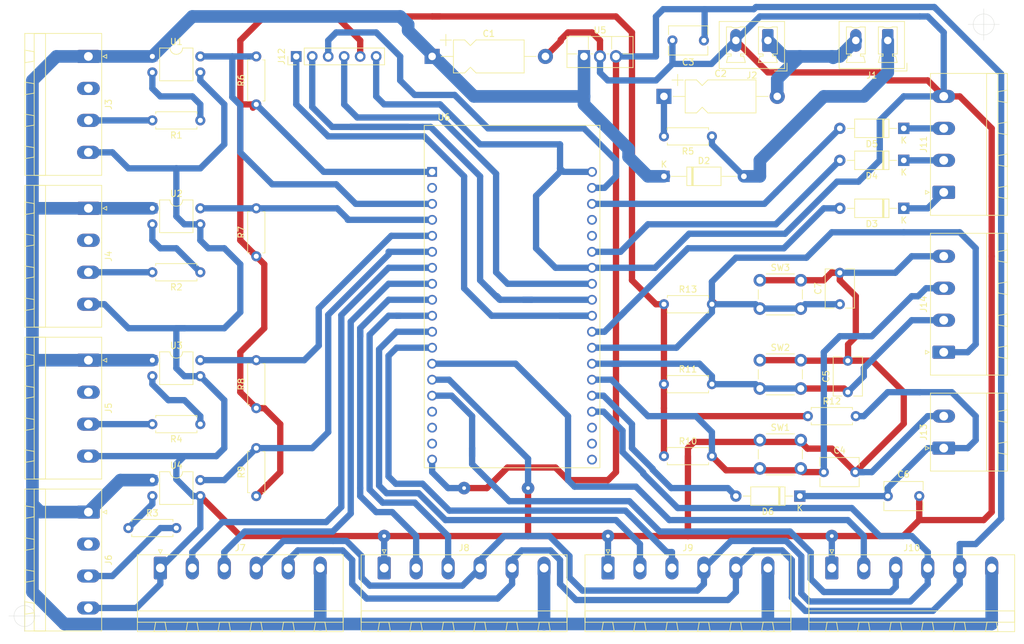
<source format=kicad_pcb>
(kicad_pcb (version 20171130) (host pcbnew "(5.1.12)-1")
  (layers (0 F.Cu signal) (31 B.Cu signal) (34 B.Paste user) (35 F.Paste user) (36 B.SilkS user) (37 F.SilkS user) (38 B.Mask user) (39 F.Mask user) (44 Edge.Cuts user))
  (net 0 "")
  (net 1 /12V)
  (net 2 GND)
  (net 3 "Net-(J3-Pad3)")
  (net 4 +12V)
  (net 5 "Net-(J4-Pad3)")
  (net 6 "Net-(J5-Pad3)")
  (net 7 "Net-(J6-Pad3)")
  (net 8 +5V)
  (net 9 /GPIO_NUM_33)
  (net 10 /GPIO_NUM_32)
  (net 11 /GPIO_NUM_25)
  (net 12 /GPIO_NUM_26)
  (net 13 /GPIO_NUM_14)
  (net 14 /GPIO_NUM_27)
  (net 15 /GPIO_NUM_13)
  (net 16 /GPIO_NUM_12)
  (net 17 "Net-(D3-Pad1)")
  (net 18 "Net-(D4-Pad1)")
  (net 19 "Net-(D5-Pad1)")
  (net 20 Cancel)
  (net 21 Play)
  (net 22 Pause)
  (net 23 "Net-(R1-Pad1)")
  (net 24 "Net-(R2-Pad1)")
  (net 25 "Net-(R3-Pad1)")
  (net 26 "Net-(R4-Pad1)")
  (net 27 "Net-(C2-Pad1)")
  (net 28 +3V3)
  (net 29 /GPIO_NUM_36)
  (net 30 /GPIO_NUM_39)
  (net 31 /GPIO_NUM_34)
  (net 32 /GPIO_NUM_35)
  (net 33 "Net-(C6-Pad1)")
  (net 34 /MOSI)
  (net 35 Aux)
  (net 36 Coolant)
  (net 37 /MISO)
  (net 38 /SCK)
  (net 39 /CS)
  (net 40 Probe)
  (net 41 Spindle_PWM)
  (net 42 /x-enable)
  (net 43 /12VDC)
  (module Capacitor_THT:CP_Axial_L11.0mm_D5.0mm_P18.00mm_Horizontal (layer F.Cu) (at 148.59 53.34)
    (fp_text reference C2 (at 9 -3.62) (layer F.SilkS))
    (fp_text value 1uF)
    (pad 1 thru_hole rect (at 0 0) (size 2.4 2.4) (drill 1.2) (layers *.Cu *.Mask) (net 27 "Net-(C2-Pad1)"))
    (pad 2 thru_hole oval (at 18 0) (size 2.4 2.4) (drill 1.2) (layers *.Cu *.Mask) (net 1 /12V))
  )
  (module Connector_Phoenix_MSTB:PhoenixContact_MSTBA_2,5_6-G-5,08_1x06_P5.08mm_Horizontal (layer F.Cu) (at 175.26 128.27)
    (fp_text reference J10 (at 12.7 -3.2) (layer F.SilkS))
    (fp_text value "x - axis")
    (pad 1 thru_hole roundrect (at 0 0) (size 2.08 3.6) (drill 1.4) (layers *.Cu *.Mask) (roundrect_rratio 0.120192) (net 2 GND))
    (pad 2 thru_hole oval (at 5.08 0) (size 2.08 3.6) (drill 1.4) (layers *.Cu *.Mask) (net 16 /GPIO_NUM_12))
    (pad 3 thru_hole oval (at 10.16 0) (size 2.08 3.6) (drill 1.4) (layers *.Cu *.Mask) (net 15 /GPIO_NUM_13))
    (pad 4 thru_hole oval (at 15.24 0) (size 2.08 3.6) (drill 1.4) (layers *.Cu *.Mask) (net 42 /x-enable))
    (pad 5 thru_hole oval (at 20.32 0) (size 2.08 3.6) (drill 1.4) (layers *.Cu *.Mask) (net 8 +5V))
    (pad 6 thru_hole oval (at 25.4 0) (size 2.08 3.6) (drill 1.4) (layers *.Cu *.Mask) (net 4 +12V))
  )
  (module Connector_Phoenix_MSTB:PhoenixContact_MSTBA_2,5_6-G-5,08_1x06_P5.08mm_Horizontal (layer F.Cu) (at 139.7 128.27)
    (fp_text reference J9 (at 12.7 -3.2) (layer F.SilkS))
    (fp_text value "Y2 - Axis")
    (pad 6 thru_hole oval (at 25.4 0) (size 2.08 3.6) (drill 1.4) (layers *.Cu *.Mask) (net 4 +12V))
    (pad 5 thru_hole oval (at 20.32 0) (size 2.08 3.6) (drill 1.4) (layers *.Cu *.Mask) (net 8 +5V))
    (pad 4 thru_hole oval (at 15.24 0) (size 2.08 3.6) (drill 1.4) (layers *.Cu *.Mask) (net 42 /x-enable))
    (pad 3 thru_hole oval (at 10.16 0) (size 2.08 3.6) (drill 1.4) (layers *.Cu *.Mask) (net 13 /GPIO_NUM_14))
    (pad 2 thru_hole oval (at 5.08 0) (size 2.08 3.6) (drill 1.4) (layers *.Cu *.Mask) (net 14 /GPIO_NUM_27))
    (pad 1 thru_hole roundrect (at 0 0) (size 2.08 3.6) (drill 1.4) (layers *.Cu *.Mask) (roundrect_rratio 0.120192) (net 2 GND))
  )
  (module Package_DIP:DIP-4_W7.62mm (layer F.Cu) (at 67.31 95.25)
    (fp_text reference U3 (at 3.81 -2.33) (layer F.SilkS))
    (fp_text value PC817)
    (pad 1 thru_hole rect (at 0 0) (size 1.6 1.6) (drill 0.8) (layers *.Cu *.Mask) (net 4 +12V))
    (pad 3 thru_hole oval (at 7.62 2.54) (size 1.6 1.6) (drill 0.8) (layers *.Cu *.Mask) (net 2 GND))
    (pad 2 thru_hole oval (at 0 2.54) (size 1.6 1.6) (drill 0.8) (layers *.Cu *.Mask) (net 26 "Net-(R4-Pad1)"))
    (pad 4 thru_hole oval (at 7.62 0) (size 1.6 1.6) (drill 0.8) (layers *.Cu *.Mask) (net 31 /GPIO_NUM_34))
  )
  (module Connector_Phoenix_MSTB:PhoenixContact_MSTBA_2,5_4-G-5,08_1x04_P5.08mm_Horizontal (layer F.Cu) (at 57.15 95.25 270)
    (fp_text reference J5 (at 7.62 -3.2 90) (layer F.SilkS))
    (fp_text value "Y2 Limit")
    (pad 1 thru_hole roundrect (at 0 0 270) (size 2.08 3.6) (drill 1.4) (layers *.Cu *.Mask) (roundrect_rratio 0.120192) (net 4 +12V))
    (pad 2 thru_hole oval (at 5.08 0 270) (size 2.08 3.6) (drill 1.4) (layers *.Cu *.Mask))
    (pad 3 thru_hole oval (at 10.16 0 270) (size 2.08 3.6) (drill 1.4) (layers *.Cu *.Mask) (net 6 "Net-(J5-Pad3)"))
    (pad 4 thru_hole oval (at 15.24 0 270) (size 2.08 3.6) (drill 1.4) (layers *.Cu *.Mask) (net 2 GND))
  )
  (module Package_DIP:DIP-4_W7.62mm (layer F.Cu) (at 67.31 46.99)
    (fp_text reference U1 (at 3.81 -2.33) (layer F.SilkS))
    (fp_text value PC817)
    (pad 1 thru_hole rect (at 0 0) (size 1.6 1.6) (drill 0.8) (layers *.Cu *.Mask) (net 4 +12V))
    (pad 3 thru_hole oval (at 7.62 2.54) (size 1.6 1.6) (drill 0.8) (layers *.Cu *.Mask) (net 2 GND))
    (pad 2 thru_hole oval (at 0 2.54) (size 1.6 1.6) (drill 0.8) (layers *.Cu *.Mask) (net 23 "Net-(R1-Pad1)"))
    (pad 4 thru_hole oval (at 7.62 0) (size 1.6 1.6) (drill 0.8) (layers *.Cu *.Mask) (net 29 /GPIO_NUM_36))
  )
  (module Package_TO_SOT_THT:TO-220F-3_Vertical (layer F.Cu) (at 135.89 46.99)
    (fp_text reference U5 (at 2.54 -4.1675) (layer F.SilkS))
    (fp_text value L7805)
    (pad 1 thru_hole rect (at 0 0) (size 1.905 2) (drill 1.2) (layers *.Cu *.Mask) (net 4 +12V))
    (pad 2 thru_hole oval (at 2.54 0) (size 1.905 2) (drill 1.2) (layers *.Cu *.Mask) (net 2 GND))
    (pad 3 thru_hole oval (at 5.08 0) (size 1.905 2) (drill 1.2) (layers *.Cu *.Mask) (net 8 +5V))
  )
  (module lib:MODULE_ESP32-DEVKITC-32D (layer F.Cu) (at 124.46 85.09)
    (fp_text reference U6 (at -10.829175 -28.446045) (layer F.SilkS) (effects (font (size 1.000386 1.000386))))
    (fp_text value ESP32-DEVKITC-32D)
    (pad 1 thru_hole rect (at -12.7 -19.76) (size 1.56 1.56) (drill 1.04) (layers *.Cu *.Mask) (net 28 +3V3))
    (pad 2 thru_hole circle (at -12.7 -17.22) (size 1.56 1.56) (drill 1.04) (layers *.Cu *.Mask))
    (pad 19 thru_hole circle (at -12.7 25.96) (size 1.56 1.56) (drill 1.04) (layers *.Cu *.Mask) (net 8 +5V))
    (pad 3 thru_hole circle (at -12.7 -14.68) (size 1.56 1.56) (drill 1.04) (layers *.Cu *.Mask) (net 29 /GPIO_NUM_36))
    (pad 4 thru_hole circle (at -12.7 -12.14) (size 1.56 1.56) (drill 1.04) (layers *.Cu *.Mask) (net 30 /GPIO_NUM_39))
    (pad 5 thru_hole circle (at -12.7 -9.6) (size 1.56 1.56) (drill 1.04) (layers *.Cu *.Mask) (net 31 /GPIO_NUM_34))
    (pad 6 thru_hole circle (at -12.7 -7.06) (size 1.56 1.56) (drill 1.04) (layers *.Cu *.Mask) (net 32 /GPIO_NUM_35))
    (pad 7 thru_hole circle (at -12.7 -4.52) (size 1.56 1.56) (drill 1.04) (layers *.Cu *.Mask) (net 10 /GPIO_NUM_32))
    (pad 8 thru_hole circle (at -12.7 -1.98) (size 1.56 1.56) (drill 1.04) (layers *.Cu *.Mask) (net 9 /GPIO_NUM_33))
    (pad 9 thru_hole circle (at -12.7 0.56) (size 1.56 1.56) (drill 1.04) (layers *.Cu *.Mask) (net 11 /GPIO_NUM_25))
    (pad 10 thru_hole circle (at -12.7 3.1) (size 1.56 1.56) (drill 1.04) (layers *.Cu *.Mask) (net 12 /GPIO_NUM_26))
    (pad 11 thru_hole circle (at -12.7 5.64) (size 1.56 1.56) (drill 1.04) (layers *.Cu *.Mask) (net 14 /GPIO_NUM_27))
    (pad 12 thru_hole circle (at -12.7 8.18) (size 1.56 1.56) (drill 1.04) (layers *.Cu *.Mask) (net 13 /GPIO_NUM_14))
    (pad 13 thru_hole circle (at -12.7 10.72) (size 1.56 1.56) (drill 1.04) (layers *.Cu *.Mask) (net 16 /GPIO_NUM_12))
    (pad 14 thru_hole circle (at -12.7 13.26) (size 1.56 1.56) (drill 1.04) (layers *.Cu *.Mask) (net 2 GND))
    (pad 15 thru_hole circle (at -12.7 15.8) (size 1.56 1.56) (drill 1.04) (layers *.Cu *.Mask) (net 15 /GPIO_NUM_13))
    (pad 16 thru_hole circle (at -12.7 18.34) (size 1.56 1.56) (drill 1.04) (layers *.Cu *.Mask))
    (pad 17 thru_hole circle (at -12.7 20.88) (size 1.56 1.56) (drill 1.04) (layers *.Cu *.Mask))
    (pad 18 thru_hole circle (at -12.7 23.42) (size 1.56 1.56) (drill 1.04) (layers *.Cu *.Mask))
    (pad 20 thru_hole circle (at 12.7 -19.76) (size 1.56 1.56) (drill 1.04) (layers *.Cu *.Mask) (net 2 GND))
    (pad 21 thru_hole circle (at 12.7 -17.22) (size 1.56 1.56) (drill 1.04) (layers *.Cu *.Mask) (net 34 /MOSI))
    (pad 22 thru_hole circle (at 12.7 -14.68) (size 1.56 1.56) (drill 1.04) (layers *.Cu *.Mask) (net 35 Aux))
    (pad 23 thru_hole circle (at 12.7 -12.14) (size 1.56 1.56) (drill 1.04) (layers *.Cu *.Mask))
    (pad 24 thru_hole circle (at 12.7 -9.6) (size 1.56 1.56) (drill 1.04) (layers *.Cu *.Mask))
    (pad 25 thru_hole circle (at 12.7 -7.06) (size 1.56 1.56) (drill 1.04) (layers *.Cu *.Mask) (net 36 Coolant))
    (pad 26 thru_hole circle (at 12.7 -4.52) (size 1.56 1.56) (drill 1.04) (layers *.Cu *.Mask) (net 2 GND))
    (pad 27 thru_hole circle (at 12.7 -1.98) (size 1.56 1.56) (drill 1.04) (layers *.Cu *.Mask) (net 37 /MISO))
    (pad 28 thru_hole circle (at 12.7 0.56) (size 1.56 1.56) (drill 1.04) (layers *.Cu *.Mask) (net 38 /SCK))
    (pad 29 thru_hole circle (at 12.7 3.1) (size 1.56 1.56) (drill 1.04) (layers *.Cu *.Mask) (net 39 /CS))
    (pad 30 thru_hole circle (at 12.7 5.64) (size 1.56 1.56) (drill 1.04) (layers *.Cu *.Mask) (net 41 Spindle_PWM))
    (pad 31 thru_hole circle (at 12.7 8.18) (size 1.56 1.56) (drill 1.04) (layers *.Cu *.Mask) (net 20 Cancel))
    (pad 32 thru_hole circle (at 12.7 10.72) (size 1.56 1.56) (drill 1.04) (layers *.Cu *.Mask) (net 21 Play))
    (pad 33 thru_hole circle (at 12.7 13.26) (size 1.56 1.56) (drill 1.04) (layers *.Cu *.Mask) (net 22 Pause))
    (pad 34 thru_hole circle (at 12.7 15.8) (size 1.56 1.56) (drill 1.04) (layers *.Cu *.Mask) (net 40 Probe))
    (pad 35 thru_hole circle (at 12.7 18.34) (size 1.56 1.56) (drill 1.04) (layers *.Cu *.Mask) (net 42 /x-enable))
    (pad 36 thru_hole circle (at 12.7 20.88) (size 1.56 1.56) (drill 1.04) (layers *.Cu *.Mask))
    (pad 37 thru_hole circle (at 12.7 23.42) (size 1.56 1.56) (drill 1.04) (layers *.Cu *.Mask))
    (pad 38 thru_hole circle (at 12.7 25.96) (size 1.56 1.56) (drill 1.04) (layers *.Cu *.Mask))
  )
  (module Connector_Phoenix_MSTB:PhoenixContact_MSTBA_2,5_4-G-5,08_1x04_P5.08mm_Horizontal (layer F.Cu) (at 57.15 46.99 270)
    (fp_text reference J3 (at 7.62 -3.2 90) (layer F.SilkS))
    (fp_text value "Y1 Limit")
    (pad 4 thru_hole oval (at 15.24 0 270) (size 2.08 3.6) (drill 1.4) (layers *.Cu *.Mask) (net 2 GND))
    (pad 3 thru_hole oval (at 10.16 0 270) (size 2.08 3.6) (drill 1.4) (layers *.Cu *.Mask) (net 3 "Net-(J3-Pad3)"))
    (pad 2 thru_hole oval (at 5.08 0 270) (size 2.08 3.6) (drill 1.4) (layers *.Cu *.Mask))
    (pad 1 thru_hole roundrect (at 0 0 270) (size 2.08 3.6) (drill 1.4) (layers *.Cu *.Mask) (roundrect_rratio 0.120192) (net 4 +12V))
  )
  (module Connector_Phoenix_MSTB:PhoenixContact_MSTBA_2,5_4-G-5,08_1x04_P5.08mm_Horizontal (layer F.Cu) (at 57.15 71.12 270)
    (fp_text reference J4 (at 7.62 -3.2 90) (layer F.SilkS))
    (fp_text value "X Limit")
    (pad 1 thru_hole roundrect (at 0 0 270) (size 2.08 3.6) (drill 1.4) (layers *.Cu *.Mask) (roundrect_rratio 0.120192) (net 4 +12V))
    (pad 2 thru_hole oval (at 5.08 0 270) (size 2.08 3.6) (drill 1.4) (layers *.Cu *.Mask))
    (pad 3 thru_hole oval (at 10.16 0 270) (size 2.08 3.6) (drill 1.4) (layers *.Cu *.Mask) (net 5 "Net-(J4-Pad3)"))
    (pad 4 thru_hole oval (at 15.24 0 270) (size 2.08 3.6) (drill 1.4) (layers *.Cu *.Mask) (net 2 GND))
  )
  (module Connector_Phoenix_MSTB:PhoenixContact_MSTBA_2,5_4-G-5,08_1x04_P5.08mm_Horizontal (layer F.Cu) (at 57.15 119.38 270)
    (fp_text reference J6 (at 7.62 -3.2 90) (layer F.SilkS))
    (fp_text value "Z limit")
    (pad 4 thru_hole oval (at 15.24 0 270) (size 2.08 3.6) (drill 1.4) (layers *.Cu *.Mask) (net 2 GND))
    (pad 3 thru_hole oval (at 10.16 0 270) (size 2.08 3.6) (drill 1.4) (layers *.Cu *.Mask) (net 7 "Net-(J6-Pad3)"))
    (pad 2 thru_hole oval (at 5.08 0 270) (size 2.08 3.6) (drill 1.4) (layers *.Cu *.Mask))
    (pad 1 thru_hole roundrect (at 0 0 270) (size 2.08 3.6) (drill 1.4) (layers *.Cu *.Mask) (roundrect_rratio 0.120192) (net 4 +12V))
  )
  (module Connector_Phoenix_MSTB:PhoenixContact_MSTBA_2,5_4-G-5,08_1x04_P5.08mm_Horizontal (layer F.Cu) (at 193.04 68.58 90)
    (fp_text reference J11 (at 7.62 -3.2 90) (layer F.SilkS))
    (fp_text value Outputs)
    (pad 1 thru_hole roundrect (at 0 0 90) (size 2.08 3.6) (drill 1.4) (layers *.Cu *.Mask) (roundrect_rratio 0.120192) (net 17 "Net-(D3-Pad1)"))
    (pad 2 thru_hole oval (at 5.08 0 90) (size 2.08 3.6) (drill 1.4) (layers *.Cu *.Mask) (net 18 "Net-(D4-Pad1)"))
    (pad 3 thru_hole oval (at 10.16 0 90) (size 2.08 3.6) (drill 1.4) (layers *.Cu *.Mask) (net 19 "Net-(D5-Pad1)"))
    (pad 4 thru_hole oval (at 15.24 0 90) (size 2.08 3.6) (drill 1.4) (layers *.Cu *.Mask) (net 2 GND))
  )
  (module Connector_Phoenix_MSTB:PhoenixContact_MSTBA_2,5_4-G-5,08_1x04_P5.08mm_Horizontal (layer F.Cu) (at 193.04 93.98 90)
    (fp_text reference J14 (at 7.62 -3.2 90) (layer F.SilkS))
    (fp_text value Buttons)
    (pad 1 thru_hole roundrect (at 0 0 90) (size 2.08 3.6) (drill 1.4) (layers *.Cu *.Mask) (roundrect_rratio 0.120192) (net 20 Cancel))
    (pad 2 thru_hole oval (at 5.08 0 90) (size 2.08 3.6) (drill 1.4) (layers *.Cu *.Mask) (net 21 Play))
    (pad 3 thru_hole oval (at 10.16 0 90) (size 2.08 3.6) (drill 1.4) (layers *.Cu *.Mask) (net 22 Pause))
    (pad 4 thru_hole oval (at 15.24 0 90) (size 2.08 3.6) (drill 1.4) (layers *.Cu *.Mask) (net 2 GND))
  )
  (module Resistor_THT:R_Axial_DIN0207_L6.3mm_D2.5mm_P7.62mm_Horizontal (layer F.Cu) (at 74.93 57.15 180)
    (fp_text reference R1 (at 3.81 -2.37) (layer F.SilkS))
    (fp_text value 1k)
    (pad 1 thru_hole circle (at 0 0 180) (size 1.6 1.6) (drill 0.8) (layers *.Cu *.Mask) (net 23 "Net-(R1-Pad1)"))
    (pad 2 thru_hole oval (at 7.62 0 180) (size 1.6 1.6) (drill 0.8) (layers *.Cu *.Mask) (net 3 "Net-(J3-Pad3)"))
  )
  (module Resistor_THT:R_Axial_DIN0207_L6.3mm_D2.5mm_P7.62mm_Horizontal (layer F.Cu) (at 74.93 81.28 180)
    (fp_text reference R2 (at 3.81 -2.37) (layer F.SilkS))
    (fp_text value 1k)
    (pad 2 thru_hole oval (at 7.62 0 180) (size 1.6 1.6) (drill 0.8) (layers *.Cu *.Mask) (net 5 "Net-(J4-Pad3)"))
    (pad 1 thru_hole circle (at 0 0 180) (size 1.6 1.6) (drill 0.8) (layers *.Cu *.Mask) (net 24 "Net-(R2-Pad1)"))
  )
  (module Resistor_THT:R_Axial_DIN0207_L6.3mm_D2.5mm_P7.62mm_Horizontal (layer F.Cu) (at 63.5 121.92)
    (fp_text reference R3 (at 3.81 -2.37) (layer F.SilkS))
    (fp_text value 1k)
    (pad 2 thru_hole oval (at 7.62 0) (size 1.6 1.6) (drill 0.8) (layers *.Cu *.Mask) (net 7 "Net-(J6-Pad3)"))
    (pad 1 thru_hole circle (at 0 0) (size 1.6 1.6) (drill 0.8) (layers *.Cu *.Mask) (net 25 "Net-(R3-Pad1)"))
  )
  (module Resistor_THT:R_Axial_DIN0207_L6.3mm_D2.5mm_P7.62mm_Horizontal (layer F.Cu) (at 74.93 105.41 180)
    (fp_text reference R4 (at 3.81 -2.37) (layer F.SilkS))
    (fp_text value 1k)
    (pad 2 thru_hole oval (at 7.62 0 180) (size 1.6 1.6) (drill 0.8) (layers *.Cu *.Mask) (net 6 "Net-(J5-Pad3)"))
    (pad 1 thru_hole circle (at 0 0 180) (size 1.6 1.6) (drill 0.8) (layers *.Cu *.Mask) (net 26 "Net-(R4-Pad1)"))
  )
  (module Resistor_THT:R_Axial_DIN0207_L6.3mm_D2.5mm_P7.62mm_Horizontal (layer F.Cu) (at 156.21 59.69 180)
    (fp_text reference R5 (at 3.81 -2.37) (layer F.SilkS))
    (fp_text value R163)
    (pad 2 thru_hole oval (at 7.62 0 180) (size 1.6 1.6) (drill 0.8) (layers *.Cu *.Mask) (net 27 "Net-(C2-Pad1)"))
    (pad 1 thru_hole circle (at 0 0 180) (size 1.6 1.6) (drill 0.8) (layers *.Cu *.Mask) (net 43 /12VDC))
  )
  (module Resistor_THT:R_Axial_DIN0207_L6.3mm_D2.5mm_P7.62mm_Horizontal (layer F.Cu) (at 83.82 54.61 90)
    (fp_text reference R6 (at 3.81 -2.37 90) (layer F.SilkS))
    (fp_text value 10k)
    (pad 1 thru_hole circle (at 0 0 90) (size 1.6 1.6) (drill 0.8) (layers *.Cu *.Mask) (net 28 +3V3))
    (pad 2 thru_hole oval (at 7.62 0 90) (size 1.6 1.6) (drill 0.8) (layers *.Cu *.Mask) (net 29 /GPIO_NUM_36))
  )
  (module Resistor_THT:R_Axial_DIN0207_L6.3mm_D2.5mm_P7.62mm_Horizontal (layer F.Cu) (at 83.82 78.74 90)
    (fp_text reference R7 (at 3.81 -2.37 90) (layer F.SilkS))
    (fp_text value 10k)
    (pad 1 thru_hole circle (at 0 0 90) (size 1.6 1.6) (drill 0.8) (layers *.Cu *.Mask) (net 28 +3V3))
    (pad 2 thru_hole oval (at 7.62 0 90) (size 1.6 1.6) (drill 0.8) (layers *.Cu *.Mask) (net 30 /GPIO_NUM_39))
  )
  (module Resistor_THT:R_Axial_DIN0207_L6.3mm_D2.5mm_P7.62mm_Horizontal (layer F.Cu) (at 83.82 102.87 90)
    (fp_text reference R8 (at 3.81 -2.37 90) (layer F.SilkS))
    (fp_text value 10k)
    (pad 1 thru_hole circle (at 0 0 90) (size 1.6 1.6) (drill 0.8) (layers *.Cu *.Mask) (net 28 +3V3))
    (pad 2 thru_hole oval (at 7.62 0 90) (size 1.6 1.6) (drill 0.8) (layers *.Cu *.Mask) (net 31 /GPIO_NUM_34))
  )
  (module Resistor_THT:R_Axial_DIN0207_L6.3mm_D2.5mm_P7.62mm_Horizontal (layer F.Cu) (at 83.82 116.84 90)
    (fp_text reference R9 (at 3.81 -2.37 90) (layer F.SilkS))
    (fp_text value 10k)
    (pad 2 thru_hole oval (at 7.62 0 90) (size 1.6 1.6) (drill 0.8) (layers *.Cu *.Mask) (net 32 /GPIO_NUM_35))
    (pad 1 thru_hole circle (at 0 0 90) (size 1.6 1.6) (drill 0.8) (layers *.Cu *.Mask) (net 28 +3V3))
  )
  (module Resistor_THT:R_Axial_DIN0207_L6.3mm_D2.5mm_P7.62mm_Horizontal (layer F.Cu) (at 148.59 110.49)
    (fp_text reference R10 (at 3.81 -2.37) (layer F.SilkS))
    (fp_text value 10k)
    (pad 1 thru_hole circle (at 0 0) (size 1.6 1.6) (drill 0.8) (layers *.Cu *.Mask) (net 28 +3V3))
    (pad 2 thru_hole oval (at 7.62 0) (size 1.6 1.6) (drill 0.8) (layers *.Cu *.Mask) (net 22 Pause))
  )
  (module Resistor_THT:R_Axial_DIN0207_L6.3mm_D2.5mm_P7.62mm_Horizontal (layer F.Cu) (at 148.59 99.06)
    (fp_text reference R11 (at 3.81 -2.37) (layer F.SilkS))
    (fp_text value 10k)
    (pad 2 thru_hole oval (at 7.62 0) (size 1.6 1.6) (drill 0.8) (layers *.Cu *.Mask) (net 21 Play))
    (pad 1 thru_hole circle (at 0 0) (size 1.6 1.6) (drill 0.8) (layers *.Cu *.Mask) (net 28 +3V3))
  )
  (module Resistor_THT:R_Axial_DIN0207_L6.3mm_D2.5mm_P7.62mm_Horizontal (layer F.Cu) (at 171.45 104.14)
    (fp_text reference R12 (at 3.81 -2.37) (layer F.SilkS))
    (fp_text value 10k)
    (pad 1 thru_hole circle (at 0 0) (size 1.6 1.6) (drill 0.8) (layers *.Cu *.Mask) (net 28 +3V3))
    (pad 2 thru_hole oval (at 7.62 0) (size 1.6 1.6) (drill 0.8) (layers *.Cu *.Mask) (net 33 "Net-(C6-Pad1)"))
  )
  (module Resistor_THT:R_Axial_DIN0207_L6.3mm_D2.5mm_P7.62mm_Horizontal (layer F.Cu) (at 148.59 86.36)
    (fp_text reference R13 (at 3.81 -2.37) (layer F.SilkS))
    (fp_text value 10k)
    (pad 1 thru_hole circle (at 0 0) (size 1.6 1.6) (drill 0.8) (layers *.Cu *.Mask) (net 28 +3V3))
    (pad 2 thru_hole oval (at 7.62 0) (size 1.6 1.6) (drill 0.8) (layers *.Cu *.Mask) (net 20 Cancel))
  )
  (module Package_DIP:DIP-4_W7.62mm (layer F.Cu) (at 67.31 71.12)
    (fp_text reference U2 (at 3.81 -2.33) (layer F.SilkS))
    (fp_text value PC817)
    (pad 4 thru_hole oval (at 7.62 0) (size 1.6 1.6) (drill 0.8) (layers *.Cu *.Mask) (net 30 /GPIO_NUM_39))
    (pad 2 thru_hole oval (at 0 2.54) (size 1.6 1.6) (drill 0.8) (layers *.Cu *.Mask) (net 24 "Net-(R2-Pad1)"))
    (pad 3 thru_hole oval (at 7.62 2.54) (size 1.6 1.6) (drill 0.8) (layers *.Cu *.Mask) (net 2 GND))
    (pad 1 thru_hole rect (at 0 0) (size 1.6 1.6) (drill 0.8) (layers *.Cu *.Mask) (net 4 +12V))
  )
  (module Package_DIP:DIP-4_W7.62mm (layer F.Cu) (at 67.31 114.3)
    (fp_text reference U4 (at 3.81 -2.33) (layer F.SilkS))
    (fp_text value PC817)
    (pad 4 thru_hole oval (at 7.62 0) (size 1.6 1.6) (drill 0.8) (layers *.Cu *.Mask) (net 32 /GPIO_NUM_35))
    (pad 2 thru_hole oval (at 0 2.54) (size 1.6 1.6) (drill 0.8) (layers *.Cu *.Mask) (net 25 "Net-(R3-Pad1)"))
    (pad 3 thru_hole oval (at 7.62 2.54) (size 1.6 1.6) (drill 0.8) (layers *.Cu *.Mask) (net 2 GND))
    (pad 1 thru_hole rect (at 0 0) (size 1.6 1.6) (drill 0.8) (layers *.Cu *.Mask) (net 4 +12V))
  )
  (module Connector_PinHeader_2.54mm:PinHeader_1x06_P2.54mm_Vertical (layer F.Cu) (at 90.17 46.99 90)
    (fp_text reference J12 (at 0 -2.33 90) (layer F.SilkS))
    (fp_text value Micro_SD_Card_Adater)
    (pad 1 thru_hole rect (at 0 0 90) (size 1.7 1.7) (drill 1) (layers *.Cu *.Mask) (net 39 /CS))
    (pad 2 thru_hole oval (at 0 2.54 90) (size 1.7 1.7) (drill 1) (layers *.Cu *.Mask) (net 38 /SCK))
    (pad 3 thru_hole oval (at 0 5.08 90) (size 1.7 1.7) (drill 1) (layers *.Cu *.Mask) (net 34 /MOSI))
    (pad 4 thru_hole oval (at 0 7.62 90) (size 1.7 1.7) (drill 1) (layers *.Cu *.Mask) (net 37 /MISO))
    (pad 5 thru_hole oval (at 0 10.16 90) (size 1.7 1.7) (drill 1) (layers *.Cu *.Mask) (net 28 +3V3))
    (pad 6 thru_hole oval (at 0 12.7 90) (size 1.7 1.7) (drill 1) (layers *.Cu *.Mask) (net 2 GND))
  )
  (module Connector_Phoenix_MSTB:PhoenixContact_MSTBA_2,5_2-G-5,08_1x02_P5.08mm_Horizontal (layer F.Cu) (at 193.04 109.22 90)
    (fp_text reference J13 (at 2.54 -3.2 90) (layer F.SilkS))
    (fp_text value Probe)
    (pad 1 thru_hole roundrect (at 0 0 90) (size 2.08 3.6) (drill 1.4) (layers *.Cu *.Mask) (roundrect_rratio 0.120192) (net 33 "Net-(C6-Pad1)"))
    (pad 2 thru_hole oval (at 5.08 0 90) (size 2.08 3.6) (drill 1.4) (layers *.Cu *.Mask) (net 2 GND))
  )
  (module Capacitor_THT:CP_Axial_L11.0mm_D5.0mm_P18.00mm_Horizontal (layer F.Cu) (at 111.76 46.99)
    (fp_text reference C1 (at 9 -3.62) (layer F.SilkS))
    (fp_text value 0.33uF)
    (pad 1 thru_hole rect (at 0 0) (size 2.4 2.4) (drill 1.2) (layers *.Cu *.Mask) (net 4 +12V))
    (pad 2 thru_hole oval (at 18 0) (size 2.4 2.4) (drill 1.2) (layers *.Cu *.Mask) (net 2 GND))
  )
  (module Capacitor_THT:C_Disc_D6.0mm_W4.4mm_P5.00mm (layer F.Cu) (at 173.99 113.03)
    (fp_text reference C4 (at 2.5 -3.45) (layer F.SilkS))
    (fp_text value 0.1uF)
    (pad 1 thru_hole circle (at 0 0) (size 1.6 1.6) (drill 0.8) (layers *.Cu *.Mask) (net 22 Pause))
    (pad 2 thru_hole circle (at 5 0) (size 1.6 1.6) (drill 0.8) (layers *.Cu *.Mask) (net 2 GND))
  )
  (module Capacitor_THT:C_Disc_D6.0mm_W4.4mm_P5.00mm (layer F.Cu) (at 154.94 44.45 180)
    (fp_text reference C3 (at 2.5 -3.45) (layer F.SilkS))
    (fp_text value 0.1uF)
    (pad 1 thru_hole circle (at 0 0 180) (size 1.6 1.6) (drill 0.8) (layers *.Cu *.Mask) (net 8 +5V))
    (pad 2 thru_hole circle (at 5 0 180) (size 1.6 1.6) (drill 0.8) (layers *.Cu *.Mask) (net 2 GND))
  )
  (module Capacitor_THT:C_Disc_D6.0mm_W4.4mm_P5.00mm (layer F.Cu) (at 177.8 100.33 90)
    (fp_text reference C5 (at 2.5 -3.45 90) (layer F.SilkS))
    (fp_text value 0.1uF)
    (pad 2 thru_hole circle (at 5 0 90) (size 1.6 1.6) (drill 0.8) (layers *.Cu *.Mask) (net 2 GND))
    (pad 1 thru_hole circle (at 0 0 90) (size 1.6 1.6) (drill 0.8) (layers *.Cu *.Mask) (net 21 Play))
  )
  (module Capacitor_THT:C_Disc_D6.0mm_W4.4mm_P5.00mm (layer F.Cu) (at 184.15 116.84)
    (fp_text reference C6 (at 2.5 -3.45) (layer F.SilkS))
    (fp_text value 0.1uF)
    (pad 2 thru_hole circle (at 5 0) (size 1.6 1.6) (drill 0.8) (layers *.Cu *.Mask) (net 2 GND))
    (pad 1 thru_hole circle (at 0 0) (size 1.6 1.6) (drill 0.8) (layers *.Cu *.Mask) (net 33 "Net-(C6-Pad1)"))
  )
  (module Capacitor_THT:C_Disc_D6.0mm_W4.4mm_P5.00mm (layer F.Cu) (at 176.53 86.36 90)
    (fp_text reference C7 (at 2.5 -3.45 90) (layer F.SilkS))
    (fp_text value 0.1uF)
    (pad 1 thru_hole circle (at 0 0 90) (size 1.6 1.6) (drill 0.8) (layers *.Cu *.Mask) (net 20 Cancel))
    (pad 2 thru_hole circle (at 5 0 90) (size 1.6 1.6) (drill 0.8) (layers *.Cu *.Mask) (net 2 GND))
  )
  (module Connector_Phoenix_MC_HighVoltage:PhoenixContact_MCV_1,5_2-G-5.08_1x02_P5.08mm_Vertical (layer F.Cu) (at 165.1 44.45 180)
    (fp_text reference J2 (at 2.54 -5.55) (layer F.SilkS))
    (fp_text value "Power Supply")
    (pad 1 thru_hole roundrect (at 0 0 180) (size 1.8 3.6) (drill 1.2) (layers *.Cu *.Mask) (roundrect_rratio 0.138889) (net 1 /12V))
    (pad 2 thru_hole oval (at 5.08 0 180) (size 1.8 3.6) (drill 1.2) (layers *.Cu *.Mask) (net 2 GND))
  )
  (module Connector_Phoenix_MC_HighVoltage:PhoenixContact_MCV_1,5_2-G-5.08_1x02_P5.08mm_Vertical (layer F.Cu) (at 184.15 44.45 180)
    (fp_text reference J1 (at 2.54 -5.55) (layer F.SilkS))
    (fp_text value "Emergency Stop")
    (pad 1 thru_hole roundrect (at 0 0 180) (size 1.8 3.6) (drill 1.2) (layers *.Cu *.Mask) (roundrect_rratio 0.138889) (net 43 /12VDC))
    (pad 2 thru_hole oval (at 5.08 0 180) (size 1.8 3.6) (drill 1.2) (layers *.Cu *.Mask) (net 1 /12V))
  )
  (module Diode_THT:D_A-405_P10.16mm_Horizontal (layer F.Cu) (at 186.69 71.12 180)
    (fp_text reference D3 (at 5.08 -2.47) (layer F.SilkS))
    (fp_text value D)
    (fp_text user K (at 0 -1.9) (layer F.SilkS))
    (pad 2 thru_hole oval (at 10.16 0 180) (size 1.8 1.8) (drill 0.9) (layers *.Cu *.Mask) (net 41 Spindle_PWM))
    (pad 1 thru_hole rect (at 0 0 180) (size 1.8 1.8) (drill 0.9) (layers *.Cu *.Mask) (net 17 "Net-(D3-Pad1)"))
  )
  (module Diode_THT:D_A-405_P10.16mm_Horizontal (layer F.Cu) (at 186.69 63.5 180)
    (fp_text reference D4 (at 5.08 -2.47) (layer F.SilkS))
    (fp_text value D)
    (fp_text user K (at 0 -1.9) (layer F.SilkS))
    (pad 1 thru_hole rect (at 0 0 180) (size 1.8 1.8) (drill 0.9) (layers *.Cu *.Mask) (net 18 "Net-(D4-Pad1)"))
    (pad 2 thru_hole oval (at 10.16 0 180) (size 1.8 1.8) (drill 0.9) (layers *.Cu *.Mask) (net 36 Coolant))
  )
  (module Diode_THT:D_A-405_P10.16mm_Horizontal (layer F.Cu) (at 186.69 58.42 180)
    (fp_text reference D5 (at 5.08 -2.47) (layer F.SilkS))
    (fp_text value D)
    (fp_text user K (at 0 -1.9) (layer F.SilkS))
    (pad 2 thru_hole oval (at 10.16 0 180) (size 1.8 1.8) (drill 0.9) (layers *.Cu *.Mask) (net 35 Aux))
    (pad 1 thru_hole rect (at 0 0 180) (size 1.8 1.8) (drill 0.9) (layers *.Cu *.Mask) (net 19 "Net-(D5-Pad1)"))
  )
  (module Diode_THT:D_A-405_P10.16mm_Horizontal (layer F.Cu) (at 170.18 116.84 180)
    (fp_text reference D6 (at 5.08 -2.47) (layer F.SilkS))
    (fp_text value D)
    (fp_text user K (at 0 -1.9) (layer F.SilkS))
    (pad 1 thru_hole rect (at 0 0 180) (size 1.8 1.8) (drill 0.9) (layers *.Cu *.Mask) (net 33 "Net-(C6-Pad1)"))
    (pad 2 thru_hole oval (at 10.16 0 180) (size 1.8 1.8) (drill 0.9) (layers *.Cu *.Mask) (net 40 Probe))
  )
  (module Diode_THT:D_A-405_P12.70mm_Horizontal (layer F.Cu) (at 148.59 66.04)
    (fp_text reference D2 (at 6.35 -2.47) (layer F.SilkS))
    (fp_text value D_Schottky)
    (fp_text user K (at 0 -1.9) (layer F.SilkS))
    (pad 1 thru_hole rect (at 0 0) (size 1.8 1.8) (drill 0.9) (layers *.Cu *.Mask) (net 4 +12V))
    (pad 2 thru_hole oval (at 12.7 0) (size 1.8 1.8) (drill 0.9) (layers *.Cu *.Mask) (net 43 /12VDC))
  )
  (module Connector_Phoenix_MSTB:PhoenixContact_MSTBA_2,5_6-G-5,08_1x06_P5.08mm_Horizontal (layer F.Cu) (at 68.58 128.27)
    (fp_text reference J7 (at 12.7 -3.2) (layer F.SilkS))
    (fp_text value "Z axis")
    (pad 1 thru_hole roundrect (at 0 0) (size 2.08 3.6) (drill 1.4) (layers *.Cu *.Mask) (roundrect_rratio 0.120192) (net 2 GND))
    (pad 2 thru_hole oval (at 5.08 0) (size 2.08 3.6) (drill 1.4) (layers *.Cu *.Mask) (net 10 /GPIO_NUM_32))
    (pad 3 thru_hole oval (at 10.16 0) (size 2.08 3.6) (drill 1.4) (layers *.Cu *.Mask) (net 9 /GPIO_NUM_33))
    (pad 4 thru_hole oval (at 15.24 0) (size 2.08 3.6) (drill 1.4) (layers *.Cu *.Mask) (net 42 /x-enable))
    (pad 5 thru_hole oval (at 20.32 0) (size 2.08 3.6) (drill 1.4) (layers *.Cu *.Mask) (net 8 +5V))
    (pad 6 thru_hole oval (at 25.4 0) (size 2.08 3.6) (drill 1.4) (layers *.Cu *.Mask) (net 4 +12V))
  )
  (module Connector_Phoenix_MSTB:PhoenixContact_MSTBA_2,5_6-G-5,08_1x06_P5.08mm_Horizontal (layer F.Cu) (at 104.14 128.27)
    (fp_text reference J8 (at 12.7 -3.2) (layer F.SilkS))
    (fp_text value Y1-Axis)
    (pad 6 thru_hole oval (at 25.4 0) (size 2.08 3.6) (drill 1.4) (layers *.Cu *.Mask) (net 4 +12V))
    (pad 5 thru_hole oval (at 20.32 0) (size 2.08 3.6) (drill 1.4) (layers *.Cu *.Mask) (net 8 +5V))
    (pad 4 thru_hole oval (at 15.24 0) (size 2.08 3.6) (drill 1.4) (layers *.Cu *.Mask) (net 42 /x-enable))
    (pad 3 thru_hole oval (at 10.16 0) (size 2.08 3.6) (drill 1.4) (layers *.Cu *.Mask) (net 12 /GPIO_NUM_26))
    (pad 2 thru_hole oval (at 5.08 0) (size 2.08 3.6) (drill 1.4) (layers *.Cu *.Mask) (net 11 /GPIO_NUM_25))
    (pad 1 thru_hole roundrect (at 0 0) (size 2.08 3.6) (drill 1.4) (layers *.Cu *.Mask) (roundrect_rratio 0.120192) (net 2 GND))
  )
  (module Button_Switch_THT:SW_PUSH_6mm (layer F.Cu) (at 163.83 107.95)
    (fp_text reference SW1 (at 3.25 -2) (layer F.SilkS))
    (fp_text value Canel)
    (pad 2 thru_hole circle (at 0 4.5 90) (size 2 2) (drill 1.1) (layers *.Cu *.Mask) (net 22 Pause))
    (pad 1 thru_hole circle (at 0 0 90) (size 2 2) (drill 1.1) (layers *.Cu *.Mask) (net 2 GND))
    (pad 2 thru_hole circle (at 6.5 4.5 90) (size 2 2) (drill 1.1) (layers *.Cu *.Mask) (net 22 Pause))
    (pad 1 thru_hole circle (at 6.5 0 90) (size 2 2) (drill 1.1) (layers *.Cu *.Mask) (net 2 GND))
  )
  (module Button_Switch_THT:SW_PUSH_6mm (layer F.Cu) (at 163.83 95.25)
    (fp_text reference SW2 (at 3.25 -2) (layer F.SilkS))
    (fp_text value Play)
    (pad 2 thru_hole circle (at 0 4.5 90) (size 2 2) (drill 1.1) (layers *.Cu *.Mask) (net 21 Play))
    (pad 1 thru_hole circle (at 0 0 90) (size 2 2) (drill 1.1) (layers *.Cu *.Mask) (net 2 GND))
    (pad 2 thru_hole circle (at 6.5 4.5 90) (size 2 2) (drill 1.1) (layers *.Cu *.Mask) (net 21 Play))
    (pad 1 thru_hole circle (at 6.5 0 90) (size 2 2) (drill 1.1) (layers *.Cu *.Mask) (net 2 GND))
  )
  (module Button_Switch_THT:SW_PUSH_6mm (layer F.Cu) (at 163.83 82.55)
    (fp_text reference SW3 (at 3.25 -2) (layer F.SilkS))
    (fp_text value SW_Push)
    (pad 1 thru_hole circle (at 6.5 0 90) (size 2 2) (drill 1.1) (layers *.Cu *.Mask) (net 2 GND))
    (pad 2 thru_hole circle (at 6.5 4.5 90) (size 2 2) (drill 1.1) (layers *.Cu *.Mask) (net 20 Cancel))
    (pad 1 thru_hole circle (at 0 0 90) (size 2 2) (drill 1.1) (layers *.Cu *.Mask) (net 2 GND))
    (pad 2 thru_hole circle (at 0 4.5 90) (size 2 2) (drill 1.1) (layers *.Cu *.Mask) (net 20 Cancel))
  )
  (target plus (at 46.99 135.89) (size 5) (width 0.05) (layer Edge.Cuts))
  (target plus (at 199.39 41.91) (size 5) (width 0.05) (layer Edge.Cuts))
  (segment (start 167.64 46.99) (end 165.1 44.45) (width 2) (layer B.Cu) (net 1))
  (segment (start 179.07 44.45) (end 176.53 46.99) (width 2) (layer B.Cu) (net 1))
  (segment (start 175.48 47.21) (end 175.26 46.99) (width 2) (layer B.Cu) (net 1))
  (segment (start 176.53 46.99) (end 175.26 46.99) (width 2) (layer B.Cu) (net 1))
  (segment (start 166.59 50.58) (end 170.18 46.99) (width 2) (layer B.Cu) (net 1))
  (segment (start 166.59 53.34) (end 166.59 50.58) (width 2) (layer B.Cu) (net 1))
  (segment (start 170.18 46.99) (end 167.64 46.99) (width 2) (layer B.Cu) (net 1))
  (segment (start 175.26 46.99) (end 170.18 46.99) (width 2) (layer B.Cu) (net 1))
  (segment (start 137.16 80.57) (end 131.37 80.57) (width 1) (layer B.Cu) (net 2))
  (segment (start 131.37 80.57) (end 128.27 77.47) (width 1) (layer B.Cu) (net 2))
  (segment (start 128.27 69.14) (end 132.08 65.33) (width 1) (layer B.Cu) (net 2))
  (segment (start 128.27 77.47) (end 128.27 69.14) (width 1) (layer B.Cu) (net 2))
  (segment (start 132.64 65.33) (end 132.08 64.77) (width 1) (layer B.Cu) (net 2))
  (segment (start 137.16 65.33) (end 132.64 65.33) (width 1) (layer B.Cu) (net 2))
  (segment (start 132.08 64.77) (end 132.08 60.96) (width 1) (layer B.Cu) (net 2))
  (segment (start 132.08 65.33) (end 132.08 64.77) (width 1) (layer B.Cu) (net 2))
  (segment (start 190.5 104.14) (end 193.04 104.14) (width 1) (layer B.Cu) (net 2))
  (segment (start 178.99 113.03) (end 180.34 113.03) (width 1) (layer B.Cu) (net 2))
  (segment (start 186.69 53.34) (end 186.69 53.34) (width 1) (layer B.Cu) (net 2))
  (segment (start 199.39 120.65) (end 189.15 120.65) (width 1) (layer F.Cu) (net 2))
  (segment (start 163.83 82.55) (end 170.33 82.55) (width 1) (layer F.Cu) (net 2))
  (segment (start 170.33 82.55) (end 173.99 82.55) (width 1) (layer F.Cu) (net 2))
  (segment (start 173.99 82.55) (end 175.26 81.28) (width 1) (layer F.Cu) (net 2))
  (segment (start 175.34 81.36) (end 176.53 81.36) (width 1) (layer F.Cu) (net 2))
  (segment (start 175.26 81.28) (end 175.34 81.36) (width 1) (layer F.Cu) (net 2))
  (segment (start 163.83 95.25) (end 170.33 95.25) (width 1) (layer F.Cu) (net 2))
  (segment (start 170.41 95.33) (end 170.33 95.25) (width 1) (layer F.Cu) (net 2))
  (segment (start 177.8 95.33) (end 170.41 95.33) (width 1) (layer F.Cu) (net 2))
  (segment (start 179.07 85.09) (end 179.07 91.52) (width 1) (layer F.Cu) (net 2))
  (segment (start 176.53 82.55) (end 179.07 85.09) (width 1) (layer F.Cu) (net 2))
  (segment (start 176.53 81.36) (end 176.53 82.55) (width 1) (layer F.Cu) (net 2))
  (segment (start 177.84 95.29) (end 177.8 95.33) (width 1) (layer F.Cu) (net 2))
  (segment (start 177.84 92.75) (end 177.84 95.29) (width 1) (layer F.Cu) (net 2))
  (segment (start 179.07 91.52) (end 177.84 92.75) (width 1) (layer F.Cu) (net 2))
  (segment (start 186.69 105.33) (end 178.99 113.03) (width 1) (layer F.Cu) (net 2))
  (segment (start 181.69 95.33) (end 186.69 100.33) (width 1) (layer F.Cu) (net 2))
  (segment (start 177.8 95.33) (end 181.69 95.33) (width 1) (layer F.Cu) (net 2))
  (segment (start 186.69 100.33) (end 186.69 105.33) (width 1) (layer F.Cu) (net 2))
  (segment (start 193.04 53.34) (end 195.58 53.34) (width 1) (layer F.Cu) (net 2))
  (segment (start 195.58 53.34) (end 199.39 57.15) (width 1) (layer F.Cu) (net 2))
  (segment (start 200.66 78.74) (end 200.66 119.38) (width 1) (layer F.Cu) (net 2))
  (segment (start 200.66 119.38) (end 199.39 120.65) (width 1) (layer F.Cu) (net 2))
  (segment (start 200.66 58.42) (end 199.39 57.15) (width 1) (layer F.Cu) (net 2))
  (segment (start 200.66 78.74) (end 200.66 58.42) (width 1) (layer F.Cu) (net 2))
  (segment (start 175.26 123.19) (end 175.26 123.19) (width 1) (layer B.Cu) (net 2))
  (via (at 175.26 123.19) (size 2) (drill 0.6) (layers F.Cu B.Cu) (net 2))
  (segment (start 68.58 128.27) (end 68.58 130.81) (width 1) (layer B.Cu) (net 2))
  (segment (start 68.58 130.81) (end 64.77 134.62) (width 1) (layer B.Cu) (net 2))
  (segment (start 64.77 134.62) (end 57.15 134.62) (width 1) (layer B.Cu) (net 2))
  (segment (start 60.96 62.23) (end 63.5 64.77) (width 1) (layer B.Cu) (net 2))
  (segment (start 57.15 62.23) (end 60.96 62.23) (width 1) (layer B.Cu) (net 2))
  (segment (start 81.28 80.01) (end 78.74 77.47) (width 1) (layer B.Cu) (net 2))
  (segment (start 81.28 87.63) (end 81.28 80.01) (width 1) (layer B.Cu) (net 2))
  (segment (start 78.74 90.17) (end 81.28 87.63) (width 1) (layer B.Cu) (net 2))
  (segment (start 59.69 86.36) (end 63.5 90.17) (width 1) (layer B.Cu) (net 2))
  (segment (start 57.15 86.36) (end 59.69 86.36) (width 1) (layer B.Cu) (net 2))
  (segment (start 132.08 60.96) (end 119.38 60.96) (width 1) (layer B.Cu) (net 2))
  (segment (start 119.38 60.96) (end 113.03 54.61) (width 1) (layer B.Cu) (net 2))
  (segment (start 113.03 54.61) (end 104.14 54.61) (width 1) (layer B.Cu) (net 2))
  (segment (start 102.87 53.34) (end 102.87 46.99) (width 1) (layer B.Cu) (net 2))
  (segment (start 104.14 54.61) (end 102.87 53.34) (width 1) (layer B.Cu) (net 2))
  (segment (start 74.93 76.2) (end 76.2 77.47) (width 1) (layer B.Cu) (net 2))
  (segment (start 74.93 73.66) (end 74.93 76.2) (width 1) (layer B.Cu) (net 2))
  (segment (start 78.74 77.47) (end 76.2 77.47) (width 1) (layer B.Cu) (net 2))
  (segment (start 74.93 73.66) (end 72.39 73.66) (width 1) (layer B.Cu) (net 2))
  (segment (start 72.39 73.66) (end 71.12 72.39) (width 1) (layer B.Cu) (net 2))
  (segment (start 71.12 72.39) (end 71.12 64.77) (width 1) (layer B.Cu) (net 2))
  (segment (start 71.12 64.77) (end 63.5 64.77) (width 1) (layer B.Cu) (net 2))
  (segment (start 72.39 90.17) (end 71.12 90.17) (width 1) (layer B.Cu) (net 2))
  (segment (start 63.5 90.17) (end 72.39 90.17) (width 1) (layer B.Cu) (net 2))
  (segment (start 72.39 90.17) (end 78.74 90.17) (width 1) (layer B.Cu) (net 2))
  (segment (start 71.12 90.17) (end 71.12 96.52) (width 1) (layer B.Cu) (net 2))
  (segment (start 72.39 97.79) (end 74.93 97.79) (width 1) (layer B.Cu) (net 2))
  (segment (start 71.12 96.52) (end 72.39 97.79) (width 1) (layer B.Cu) (net 2))
  (segment (start 73.79863 116.84) (end 74.93 116.84) (width 1) (layer B.Cu) (net 2))
  (segment (start 71.12 114.16137) (end 73.79863 116.84) (width 1) (layer B.Cu) (net 2))
  (segment (start 71.12 111.76) (end 71.12 114.16137) (width 1) (layer B.Cu) (net 2))
  (segment (start 72.39 110.49) (end 71.12 111.76) (width 1) (layer B.Cu) (net 2))
  (segment (start 77.47 110.49) (end 72.39 110.49) (width 1) (layer B.Cu) (net 2))
  (segment (start 78.74 109.22) (end 77.47 110.49) (width 1) (layer B.Cu) (net 2))
  (segment (start 78.74 101.6) (end 78.74 109.22) (width 1) (layer B.Cu) (net 2))
  (segment (start 74.93 97.79) (end 78.74 101.6) (width 1) (layer B.Cu) (net 2))
  (segment (start 72.39 110.49) (end 57.15 110.49) (width 1) (layer B.Cu) (net 2))
  (segment (start 193.04 43.18) (end 192.405 42.545) (width 1) (layer B.Cu) (net 2))
  (segment (start 193.04 53.34) (end 193.04 43.18) (width 1) (layer B.Cu) (net 2))
  (segment (start 104.14 123.19) (end 104.14 123.19) (width 1) (layer F.Cu) (net 2))
  (via (at 104.14 123.19) (size 2) (drill 0.6) (layers F.Cu B.Cu) (net 2))
  (segment (start 139.7 123.19) (end 139.7 123.19) (width 1) (layer F.Cu) (net 2))
  (via (at 139.7 123.19) (size 2) (drill 0.6) (layers F.Cu B.Cu) (net 2))
  (segment (start 139.7 123.19) (end 139.7 128.27) (width 1) (layer B.Cu) (net 2))
  (segment (start 104.14 128.27) (end 104.14 123.19) (width 1) (layer B.Cu) (net 2))
  (segment (start 186.61 123.19) (end 189.15 120.65) (width 1) (layer F.Cu) (net 2))
  (segment (start 189.15 118.11) (end 189.15 120.65) (width 1) (layer F.Cu) (net 2))
  (segment (start 152.4 120.65) (end 152.4 123.19) (width 1) (layer F.Cu) (net 2))
  (segment (start 152.4 123.19) (end 186.61 123.19) (width 1) (layer F.Cu) (net 2))
  (segment (start 139.7 123.19) (end 152.4 123.19) (width 1) (layer F.Cu) (net 2))
  (segment (start 152.4 120.65) (end 152.4 121.92) (width 1) (layer F.Cu) (net 2))
  (segment (start 153.38 108.24) (end 152.4 109.22) (width 1) (layer F.Cu) (net 2))
  (segment (start 170.345 108.24) (end 153.38 108.24) (width 1) (layer F.Cu) (net 2))
  (segment (start 171.405 109.3) (end 170.345 108.24) (width 1) (layer F.Cu) (net 2))
  (segment (start 152.4 109.22) (end 152.4 111.76) (width 1) (layer F.Cu) (net 2))
  (segment (start 178.99 113.03) (end 175.26 109.3) (width 1) (layer F.Cu) (net 2))
  (segment (start 175.26 109.3) (end 171.405 109.3) (width 1) (layer F.Cu) (net 2))
  (segment (start 152.4 111.76) (end 152.4 120.65) (width 1) (layer F.Cu) (net 2))
  (segment (start 152.4 110.49) (end 152.4 111.76) (width 1) (layer F.Cu) (net 2))
  (segment (start 176.53 81.36) (end 185.34 81.36) (width 1) (layer B.Cu) (net 2))
  (segment (start 187.96 78.74) (end 193.04 78.74) (width 1) (layer B.Cu) (net 2))
  (segment (start 185.34 81.36) (end 187.96 78.74) (width 1) (layer B.Cu) (net 2))
  (segment (start 152.588656 75.16001) (end 167.828656 75.16001) (width 1) (layer B.Cu) (net 2))
  (segment (start 147.178666 80.57) (end 152.588656 75.16001) (width 1) (layer B.Cu) (net 2))
  (via (at 127 115.57) (size 2) (drill 0.6) (layers F.Cu B.Cu) (net 2))
  (segment (start 127 123.19) (end 104.14 123.19) (width 1) (layer F.Cu) (net 2))
  (segment (start 139.7 123.19) (end 127 123.19) (width 1) (layer F.Cu) (net 2))
  (segment (start 138.43 46.99) (end 138.43 44.45) (width 1) (layer F.Cu) (net 2))
  (segment (start 138.43 44.45) (end 137.16 43.18) (width 1) (layer F.Cu) (net 2))
  (segment (start 137.16 43.18) (end 133.35 43.18) (width 1) (layer F.Cu) (net 2))
  (segment (start 132.19 44.34) (end 133.35 43.18) (width 1) (layer F.Cu) (net 2))
  (segment (start 132.19 44.56) (end 132.19 44.34) (width 1) (layer F.Cu) (net 2))
  (segment (start 132.19 44.56) (end 129.76 46.99) (width 1) (layer F.Cu) (net 2))
  (segment (start 138.43 49.57) (end 139.66 50.8) (width 1) (layer B.Cu) (net 2))
  (segment (start 138.43 46.99) (end 138.43 49.57) (width 1) (layer B.Cu) (net 2))
  (segment (start 57.15 57.15) (end 67.31 57.15) (width 1) (layer B.Cu) (net 3))
  (segment (start 93.98 128.27) (end 93.98 129.54) (width 1) (layer B.Cu) (net 4))
  (segment (start 93.98 137.16) (end 129.54 137.16) (width 2) (layer B.Cu) (net 4))
  (segment (start 129.54 137.16) (end 165.1 137.16) (width 2) (layer B.Cu) (net 4))
  (segment (start 165.1 137.16) (end 200.66 137.16) (width 2) (layer B.Cu) (net 4))
  (segment (start 48.26 71.662116) (end 48.26 96.52) (width 2) (layer B.Cu) (net 4))
  (segment (start 57.15 71.12) (end 48.802116 71.12) (width 2) (layer B.Cu) (net 4))
  (segment (start 93.98 128.27) (end 93.98 137.16) (width 2) (layer B.Cu) (net 4))
  (segment (start 129.54 137.16) (end 129.54 129.23002) (width 2) (layer B.Cu) (net 4))
  (segment (start 165.1 137.16) (end 165.1 128.27) (width 2) (layer B.Cu) (net 4))
  (segment (start 200.66 137.16) (end 200.66 128.27) (width 2) (layer B.Cu) (net 4))
  (segment (start 48.26 95.25) (end 57.15 95.25) (width 2) (layer B.Cu) (net 4))
  (segment (start 53.34 137.16) (end 48.26 132.08) (width 2) (layer B.Cu) (net 4))
  (segment (start 93.98 137.16) (end 53.34 137.16) (width 2) (layer B.Cu) (net 4))
  (segment (start 49.53 119.38) (end 48.26 118.11) (width 2) (layer B.Cu) (net 4))
  (segment (start 57.15 119.38) (end 49.53 119.38) (width 2) (layer B.Cu) (net 4))
  (segment (start 48.26 118.11) (end 48.26 95.25) (width 2) (layer B.Cu) (net 4))
  (segment (start 48.26 132.08) (end 48.26 118.11) (width 2) (layer B.Cu) (net 4))
  (segment (start 99.06 127) (end 97.52999 125.46999) (width 1) (layer B.Cu) (net 8))
  (segment (start 99.06 130.81) (end 99.06 127) (width 1) (layer B.Cu) (net 8))
  (segment (start 101.36999 133.11999) (end 99.06 130.81) (width 1) (layer B.Cu) (net 8))
  (segment (start 88.9 127) (end 88.9 128.27) (width 1) (layer B.Cu) (net 8))
  (segment (start 122.15001 133.11999) (end 101.36999 133.11999) (width 1) (layer B.Cu) (net 8))
  (segment (start 90.43001 125.46999) (end 88.9 127) (width 1) (layer B.Cu) (net 8))
  (segment (start 124.46 130.81) (end 122.15001 133.11999) (width 1) (layer B.Cu) (net 8))
  (segment (start 97.52999 125.46999) (end 90.43001 125.46999) (width 1) (layer B.Cu) (net 8))
  (segment (start 124.46 128.27) (end 124.46 130.81) (width 1) (layer B.Cu) (net 8))
  (segment (start 124.46 128.27) (end 124.46 127) (width 1) (layer B.Cu) (net 8))
  (segment (start 124.46 127) (end 125.99001 125.46999) (width 1) (layer B.Cu) (net 8))
  (segment (start 125.99001 125.46999) (end 130.54999 125.46999) (width 1) (layer B.Cu) (net 8))
  (segment (start 130.54999 125.46999) (end 132.08 127) (width 1) (layer B.Cu) (net 8))
  (segment (start 132.08 127) (end 132.08 130.81) (width 1) (layer B.Cu) (net 8))
  (segment (start 132.08 130.81) (end 134.62 133.35) (width 1) (layer B.Cu) (net 8))
  (segment (start 134.62 133.35) (end 158.75 133.35) (width 1) (layer B.Cu) (net 8))
  (segment (start 160.02 132.08) (end 160.02 128.27) (width 1) (layer B.Cu) (net 8))
  (segment (start 158.75 133.35) (end 160.02 132.08) (width 1) (layer B.Cu) (net 8))
  (segment (start 79.158666 127.851334) (end 78.74 128.27) (width 1) (layer B.Cu) (net 9))
  (segment (start 104.85 83.11) (end 111.76 83.11) (width 1) (layer B.Cu) (net 9))
  (segment (start 98.82999 89.13001) (end 104.85 83.11) (width 1) (layer B.Cu) (net 9))
  (segment (start 98.82999 119.61001) (end 98.82999 89.13001) (width 1) (layer B.Cu) (net 9))
  (segment (start 95.97003 122.46997) (end 98.82999 119.61001) (width 1) (layer B.Cu) (net 9))
  (segment (start 82.00003 122.46997) (end 95.97003 122.46997) (width 1) (layer B.Cu) (net 9))
  (segment (start 78.74 125.73) (end 82.00003 122.46997) (width 1) (layer B.Cu) (net 9))
  (segment (start 78.74 128.27) (end 78.74 125.73) (width 1) (layer B.Cu) (net 9))
  (segment (start 73.66 125.73) (end 73.66 128.27) (width 1) (layer B.Cu) (net 10))
  (segment (start 78.42004 120.96996) (end 73.66 125.73) (width 1) (layer B.Cu) (net 10))
  (segment (start 97.32998 118.57002) (end 94.93004 120.96996) (width 1) (layer B.Cu) (net 10))
  (segment (start 97.32998 88.09002) (end 97.32998 118.57002) (width 1) (layer B.Cu) (net 10))
  (segment (start 104.85 80.57) (end 97.32998 88.09002) (width 1) (layer B.Cu) (net 10))
  (segment (start 94.93004 120.96996) (end 78.42004 120.96996) (width 1) (layer B.Cu) (net 10))
  (segment (start 111.76 80.57) (end 104.85 80.57) (width 1) (layer B.Cu) (net 10))
  (segment (start 106.12 88.19) (end 106.68 88.19) (width 1) (layer B.Cu) (net 12))
  (segment (start 106.12 88.19) (end 111.76 88.19) (width 1) (layer B.Cu) (net 12))
  (segment (start 100.33 116.84) (end 100.33 115.57) (width 1) (layer B.Cu) (net 11))
  (segment (start 100.33 116.84) (end 102.87 119.38) (width 1) (layer B.Cu) (net 11))
  (segment (start 109.22 123.19) (end 109.22 128.27) (width 1) (layer B.Cu) (net 11))
  (segment (start 105.41 119.38) (end 109.22 123.19) (width 1) (layer B.Cu) (net 11))
  (segment (start 102.87 119.38) (end 105.41 119.38) (width 1) (layer B.Cu) (net 11))
  (segment (start 100.33 90.17) (end 100.33 91.44) (width 1) (layer B.Cu) (net 11))
  (segment (start 111.76 85.65) (end 104.85 85.65) (width 1) (layer B.Cu) (net 11))
  (segment (start 100.33 91.44) (end 100.33 115.57) (width 1) (layer B.Cu) (net 11))
  (segment (start 104.85 85.65) (end 100.33 90.17) (width 1) (layer B.Cu) (net 11))
  (segment (start 100.33 90.588666) (end 100.33 91.44) (width 1) (layer B.Cu) (net 11))
  (segment (start 114.3 123.19) (end 114.3 128.27) (width 1) (layer B.Cu) (net 12))
  (segment (start 108.98999 117.87999) (end 114.3 123.19) (width 1) (layer B.Cu) (net 12))
  (segment (start 103.90999 117.87999) (end 108.98999 117.87999) (width 1) (layer B.Cu) (net 12))
  (segment (start 101.83001 115.80001) (end 103.90999 117.87999) (width 1) (layer B.Cu) (net 12))
  (segment (start 101.83001 91.20999) (end 101.83001 115.80001) (width 1) (layer B.Cu) (net 12))
  (segment (start 104.85 88.19) (end 101.83001 91.20999) (width 1) (layer B.Cu) (net 12))
  (segment (start 106.12 88.19) (end 104.85 88.19) (width 1) (layer B.Cu) (net 12))
  (segment (start 149.86 126.53998) (end 149.86 128.27) (width 1) (layer B.Cu) (net 13))
  (segment (start 114.502658 119.14999) (end 142.47001 119.14999) (width 1) (layer B.Cu) (net 13))
  (segment (start 110.232639 114.879971) (end 114.502658 119.14999) (width 1) (layer B.Cu) (net 13))
  (segment (start 105.98997 114.87997) (end 110.232639 114.879971) (width 1) (layer B.Cu) (net 13))
  (segment (start 104.83003 113.72003) (end 105.98997 114.87997) (width 1) (layer B.Cu) (net 13))
  (segment (start 104.83003 94.55997) (end 104.83003 113.72003) (width 1) (layer B.Cu) (net 13))
  (segment (start 106.12 93.27) (end 104.83003 94.55997) (width 1) (layer B.Cu) (net 13))
  (segment (start 111.76 93.27) (end 106.12 93.27) (width 1) (layer B.Cu) (net 13))
  (segment (start 140.97 120.65) (end 144.78 124.46) (width 1) (layer B.Cu) (net 14))
  (segment (start 113.881334 120.65) (end 140.97 120.65) (width 1) (layer B.Cu) (net 14))
  (segment (start 109.611314 116.37998) (end 113.881334 120.65) (width 1) (layer B.Cu) (net 14))
  (segment (start 104.531314 116.37998) (end 109.611314 116.37998) (width 1) (layer B.Cu) (net 14))
  (segment (start 103.33002 115.178686) (end 104.531314 116.37998) (width 1) (layer B.Cu) (net 14))
  (segment (start 103.33002 93.51998) (end 103.33002 115.178686) (width 1) (layer B.Cu) (net 14))
  (segment (start 144.78 124.46) (end 144.78 128.27) (width 1) (layer B.Cu) (net 14))
  (segment (start 106.12 90.73) (end 103.33002 93.51998) (width 1) (layer B.Cu) (net 14))
  (segment (start 111.76 90.73) (end 106.12 90.73) (width 1) (layer B.Cu) (net 14))
  (segment (start 180.34 123.19) (end 180.34 128.27) (width 1) (layer B.Cu) (net 16))
  (segment (start 186.69 63.5) (end 193.04 63.5) (width 1) (layer B.Cu) (net 18))
  (segment (start 186.69 58.42) (end 193.04 58.42) (width 1) (layer B.Cu) (net 19))
  (segment (start 196.85 93.98) (end 193.04 93.98) (width 1) (layer B.Cu) (net 20))
  (segment (start 198.12 92.71) (end 196.85 93.98) (width 1) (layer B.Cu) (net 20))
  (segment (start 195.58 74.93) (end 198.12 77.47) (width 1) (layer B.Cu) (net 20))
  (segment (start 186.69 74.93) (end 195.58 74.93) (width 1) (layer B.Cu) (net 20))
  (segment (start 198.12 77.47) (end 198.12 92.71) (width 1) (layer B.Cu) (net 20))
  (segment (start 156.5 86.07) (end 156.21 86.36) (width 1) (layer F.Cu) (net 20))
  (segment (start 163.14 86.36) (end 163.83 87.05) (width 1) (layer B.Cu) (net 20))
  (segment (start 156.21 86.36) (end 163.14 86.36) (width 1) (layer B.Cu) (net 20))
  (segment (start 163.83 87.05) (end 170.33 87.05) (width 1) (layer B.Cu) (net 20))
  (segment (start 171.02 86.36) (end 170.33 87.05) (width 1) (layer B.Cu) (net 20))
  (segment (start 176.53 86.36) (end 171.02 86.36) (width 1) (layer B.Cu) (net 20))
  (segment (start 163.14 99.06) (end 163.83 99.75) (width 1) (layer B.Cu) (net 21))
  (segment (start 156.21 99.06) (end 163.14 99.06) (width 1) (layer B.Cu) (net 21))
  (segment (start 163.83 99.75) (end 170.33 99.75) (width 1) (layer B.Cu) (net 21))
  (segment (start 190.24 83.82) (end 188.97 85.09) (width 1) (layer B.Cu) (net 22))
  (segment (start 193.04 83.82) (end 190.24 83.82) (width 1) (layer B.Cu) (net 22))
  (segment (start 188.97 85.09) (end 187.96 85.09) (width 1) (layer B.Cu) (net 22))
  (segment (start 180.34 91.44) (end 176.53 91.44) (width 1) (layer B.Cu) (net 22))
  (segment (start 176.53 91.44) (end 173.99 93.98) (width 1) (layer B.Cu) (net 22))
  (segment (start 173.99 93.98) (end 173.99 113.03) (width 1) (layer B.Cu) (net 22))
  (segment (start 148.59 59.69) (end 148.59 53.34) (width 1) (layer B.Cu) (net 27))
  (segment (start 148.59 86.36) (end 148.59 99.06) (width 1) (layer F.Cu) (net 28))
  (segment (start 148.59 102.87) (end 148.59 99.06) (width 1) (layer F.Cu) (net 28))
  (segment (start 171.45 104.14) (end 148.59 104.14) (width 1) (layer F.Cu) (net 28))
  (segment (start 148.59 104.14) (end 148.59 102.87) (width 1) (layer F.Cu) (net 28))
  (segment (start 96.67 71.12) (end 98.5 72.95) (width 1) (layer B.Cu) (net 30))
  (segment (start 83.82 71.12) (end 96.67 71.12) (width 1) (layer B.Cu) (net 30))
  (segment (start 98.5 72.95) (end 98.35 72.95) (width 1) (layer B.Cu) (net 30))
  (segment (start 111.76 72.95) (end 98.5 72.95) (width 1) (layer B.Cu) (net 30))
  (segment (start 105.268666 75.49) (end 93.74999 87.008676) (width 1) (layer B.Cu) (net 31))
  (segment (start 111.76 75.49) (end 105.268666 75.49) (width 1) (layer B.Cu) (net 31))
  (segment (start 93.74999 87.008676) (end 93.74999 92.94001) (width 1) (layer B.Cu) (net 31))
  (segment (start 91.44 95.25) (end 83.82 95.25) (width 1) (layer B.Cu) (net 31))
  (segment (start 93.74999 92.94001) (end 91.44 95.25) (width 1) (layer B.Cu) (net 31))
  (segment (start 92.71 109.22) (end 83.82 109.22) (width 1) (layer B.Cu) (net 32))
  (segment (start 95.25 106.68) (end 92.71 109.22) (width 1) (layer B.Cu) (net 32))
  (segment (start 95.25 88.048666) (end 95.25 106.68) (width 1) (layer B.Cu) (net 32))
  (segment (start 104.85 78.448666) (end 95.25 88.048666) (width 1) (layer B.Cu) (net 32))
  (segment (start 104.85 78.03) (end 104.85 78.448666) (width 1) (layer B.Cu) (net 32))
  (segment (start 111.52999 78.03) (end 104.85 78.03) (width 1) (layer B.Cu) (net 32))
  (segment (start 194.31 100.33) (end 198.12 104.14) (width 1) (layer B.Cu) (net 33))
  (segment (start 198.12 104.14) (end 198.12 107.95) (width 1) (layer B.Cu) (net 33))
  (segment (start 198.12 107.95) (end 196.85 109.22) (width 1) (layer B.Cu) (net 33))
  (segment (start 196.85 109.22) (end 193.04 109.22) (width 1) (layer B.Cu) (net 33))
  (segment (start 190.5 109.22) (end 184.15 115.57) (width 1) (layer B.Cu) (net 33))
  (segment (start 193.04 109.22) (end 190.5 109.22) (width 1) (layer B.Cu) (net 33))
  (segment (start 57.15 46.99) (end 67.31 46.99) (width 2) (layer B.Cu) (net 4))
  (segment (start 52.07 46.99) (end 48.26 50.8) (width 2) (layer B.Cu) (net 4))
  (segment (start 57.15 46.99) (end 52.07 46.99) (width 2) (layer B.Cu) (net 4))
  (segment (start 48.26 50.8) (end 48.26 71.662116) (width 2) (layer B.Cu) (net 4))
  (segment (start 57.15 71.12) (end 67.31 71.12) (width 2) (layer B.Cu) (net 4))
  (segment (start 57.15 95.25) (end 67.31 95.25) (width 2) (layer B.Cu) (net 4))
  (segment (start 146.05 66.04) (end 148.59 66.04) (width 2) (layer B.Cu) (net 4))
  (segment (start 142.97001 62.96001) (end 146.05 66.04) (width 2) (layer B.Cu) (net 4))
  (segment (start 142.97001 61.69001) (end 142.97001 62.96001) (width 2) (layer B.Cu) (net 4))
  (segment (start 135.89 54.61) (end 142.97001 61.69001) (width 2) (layer B.Cu) (net 4))
  (segment (start 135.89 46.99) (end 135.89 53.34) (width 2) (layer B.Cu) (net 4))
  (segment (start 135.89 53.34) (end 135.89 54.61) (width 2) (layer B.Cu) (net 4))
  (segment (start 62.23 114.3) (end 57.15 119.38) (width 2) (layer B.Cu) (net 4))
  (segment (start 67.31 114.3) (end 62.23 114.3) (width 2) (layer B.Cu) (net 4))
  (segment (start 57.15 81.28) (end 67.31 81.28) (width 1) (layer B.Cu) (net 5))
  (segment (start 57.15 105.41) (end 67.31 105.41) (width 1) (layer B.Cu) (net 6))
  (segment (start 140.97 46.99) (end 147.32 46.99) (width 1) (layer B.Cu) (net 8))
  (segment (start 163.83 40.64) (end 160.02 44.45) (width 1) (layer B.Cu) (net 2))
  (segment (start 189.23 40.64) (end 190.5 40.64) (width 1) (layer B.Cu) (net 2))
  (segment (start 163.83 40.64) (end 189.23 40.64) (width 1) (layer B.Cu) (net 2))
  (segment (start 192.405 42.545) (end 190.5 40.64) (width 1) (layer B.Cu) (net 2))
  (segment (start 74.93 50.8) (end 74.93 49.53) (width 1) (layer B.Cu) (net 2))
  (segment (start 78.74 54.61) (end 74.93 50.8) (width 1) (layer B.Cu) (net 2))
  (segment (start 78.74 60.96) (end 78.74 54.61) (width 1) (layer B.Cu) (net 2))
  (segment (start 74.93 64.77) (end 78.74 60.96) (width 1) (layer B.Cu) (net 2))
  (segment (start 71.12 64.77) (end 74.93 64.77) (width 1) (layer B.Cu) (net 2))
  (segment (start 114.441334 98.35) (end 111.76 98.35) (width 1) (layer B.Cu) (net 2))
  (segment (start 127 110.908666) (end 114.441334 98.35) (width 1) (layer B.Cu) (net 2))
  (segment (start 127 115.57) (end 127 110.908666) (width 1) (layer B.Cu) (net 2))
  (segment (start 127 115.57) (end 127 123.19) (width 1) (layer F.Cu) (net 2))
  (segment (start 176.104333 66.884333) (end 179.495667 66.884333) (width 1) (layer B.Cu) (net 2))
  (segment (start 167.828656 75.16001) (end 176.104333 66.884333) (width 1) (layer B.Cu) (net 2))
  (segment (start 182.88 63.5) (end 182.88 57.15) (width 1) (layer B.Cu) (net 2))
  (segment (start 179.495667 66.884333) (end 182.88 63.5) (width 1) (layer B.Cu) (net 2))
  (segment (start 182.88 57.15) (end 186.69 53.34) (width 1) (layer B.Cu) (net 2))
  (segment (start 137.16 80.57) (end 147.178666 80.57) (width 1) (layer B.Cu) (net 2))
  (segment (start 189.15 116.84) (end 189.15 118.11) (width 1) (layer F.Cu) (net 2))
  (segment (start 175.26 128.27) (end 175.26 123.19) (width 1) (layer B.Cu) (net 2))
  (segment (start 178.99 113.03) (end 181.61 113.03) (width 1) (layer B.Cu) (net 2))
  (segment (start 181.61 113.03) (end 190.5 104.14) (width 1) (layer B.Cu) (net 2))
  (segment (start 81.28 123.19) (end 74.93 116.84) (width 1) (layer F.Cu) (net 2))
  (segment (start 104.14 123.19) (end 81.28 123.19) (width 1) (layer F.Cu) (net 2))
  (segment (start 68.58 128.27) (end 74.93 121.92) (width 1) (layer B.Cu) (net 2))
  (segment (start 74.93 121.92) (end 74.93 116.84) (width 1) (layer B.Cu) (net 2))
  (segment (start 186.69 53.34) (end 193.04 53.34) (width 1) (layer B.Cu) (net 2))
  (segment (start 193.04 53.34) (end 190.5 50.8) (width 1) (layer F.Cu) (net 2))
  (segment (start 184.15 50.8) (end 190.5 50.8) (width 1) (layer F.Cu) (net 2))
  (segment (start 160.02 44.45) (end 165.1 49.53) (width 1) (layer F.Cu) (net 2))
  (segment (start 165.1 49.53) (end 182.88 49.53) (width 1) (layer F.Cu) (net 2))
  (segment (start 182.88 49.53) (end 184.15 50.8) (width 1) (layer F.Cu) (net 2))
  (segment (start 149.94 44.45) (end 149.94 48.18) (width 1) (layer B.Cu) (net 2))
  (segment (start 149.94 48.18) (end 147.32 50.8) (width 1) (layer B.Cu) (net 2))
  (segment (start 139.66 50.8) (end 147.32 50.8) (width 1) (layer B.Cu) (net 2))
  (segment (start 149.94 48.18) (end 156.13 48.18) (width 1) (layer B.Cu) (net 2))
  (segment (start 159.86 44.45) (end 160.02 44.45) (width 1) (layer B.Cu) (net 2))
  (segment (start 156.13 48.18) (end 159.86 44.45) (width 1) (layer B.Cu) (net 2))
  (segment (start 118.39844 53.34) (end 135.89 53.34) (width 2) (layer B.Cu) (net 4))
  (segment (start 107.95 42.89156) (end 118.39844 53.34) (width 2) (layer B.Cu) (net 4))
  (segment (start 107.95 41.91) (end 107.95 42.89156) (width 2) (layer B.Cu) (net 4))
  (segment (start 106.68 40.64) (end 107.95 41.91) (width 2) (layer B.Cu) (net 4))
  (segment (start 73.66 40.64) (end 106.68 40.64) (width 2) (layer B.Cu) (net 4))
  (segment (start 67.31 46.99) (end 73.66 40.64) (width 2) (layer B.Cu) (net 4))
  (segment (start 60.96 129.54) (end 57.15 129.54) (width 1) (layer B.Cu) (net 7))
  (segment (start 68.58 121.92) (end 60.96 129.54) (width 1) (layer B.Cu) (net 7))
  (segment (start 71.12 121.92) (end 68.58 121.92) (width 1) (layer B.Cu) (net 7))
  (segment (start 202.16001 120.41999) (end 202.16001 49.76001) (width 1) (layer B.Cu) (net 8))
  (segment (start 198.12 124.46) (end 202.16001 120.41999) (width 1) (layer B.Cu) (net 8))
  (segment (start 195.58 124.46) (end 198.12 124.46) (width 1) (layer B.Cu) (net 8))
  (segment (start 195.58 128.27) (end 195.58 124.46) (width 1) (layer B.Cu) (net 8))
  (segment (start 111.76 111.05) (end 111.76 113.03) (width 1) (layer B.Cu) (net 8))
  (segment (start 111.76 113.03) (end 114.3 115.57) (width 1) (layer B.Cu) (net 8))
  (segment (start 114.3 115.57) (end 116.84 115.57) (width 1) (layer B.Cu) (net 8))
  (segment (start 116.84 115.57) (end 116.84 115.57) (width 1) (layer B.Cu) (net 8))
  (via (at 116.84 115.57) (size 2) (drill 0.6) (layers F.Cu B.Cu) (net 8))
  (segment (start 191.53999 39.13999) (end 191.77 39.37) (width 1) (layer B.Cu) (net 8))
  (segment (start 162.867176 39.48149) (end 163.208676 39.13999) (width 1) (layer B.Cu) (net 8))
  (segment (start 147.32 40.64) (end 148.47851 39.48149) (width 1) (layer B.Cu) (net 8))
  (segment (start 147.32 46.99) (end 147.32 40.64) (width 1) (layer B.Cu) (net 8))
  (segment (start 163.208676 39.13999) (end 191.53999 39.13999) (width 1) (layer B.Cu) (net 8))
  (segment (start 202.16001 49.76001) (end 191.77 39.37) (width 1) (layer B.Cu) (net 8))
  (segment (start 162.56 125.73) (end 160.02 128.27) (width 1) (layer B.Cu) (net 8))
  (segment (start 162.82001 125.46999) (end 162.56 125.73) (width 1) (layer B.Cu) (net 8))
  (segment (start 167.37999 125.46999) (end 162.82001 125.46999) (width 1) (layer B.Cu) (net 8))
  (segment (start 168.91 127) (end 167.37999 125.46999) (width 1) (layer B.Cu) (net 8))
  (segment (start 168.910001 132.931335) (end 168.91 127) (width 1) (layer B.Cu) (net 8))
  (segment (start 171.058685 135.080019) (end 168.910001 132.931335) (width 1) (layer B.Cu) (net 8))
  (segment (start 191.309981 135.080019) (end 171.058685 135.080019) (width 1) (layer B.Cu) (net 8))
  (segment (start 195.58 130.81) (end 191.309981 135.080019) (width 1) (layer B.Cu) (net 8))
  (segment (start 195.58 128.27) (end 195.58 130.81) (width 1) (layer B.Cu) (net 8))
  (segment (start 140.97 113.03) (end 140.97 46.99) (width 1) (layer F.Cu) (net 8))
  (segment (start 139.7 114.3) (end 140.97 113.03) (width 1) (layer F.Cu) (net 8))
  (segment (start 133.35 114.3) (end 139.7 114.3) (width 1) (layer F.Cu) (net 8))
  (segment (start 131.349999 112.299999) (end 133.35 114.3) (width 1) (layer F.Cu) (net 8))
  (segment (start 123.729999 112.299999) (end 131.349999 112.299999) (width 1) (layer F.Cu) (net 8))
  (segment (start 120.459998 115.57) (end 123.729999 112.299999) (width 1) (layer F.Cu) (net 8))
  (segment (start 116.84 115.57) (end 120.459998 115.57) (width 1) (layer F.Cu) (net 8))
  (segment (start 155.05149 39.48149) (end 155.05149 44.33851) (width 1) (layer B.Cu) (net 8))
  (segment (start 155.05149 44.33851) (end 154.94 44.45) (width 1) (layer B.Cu) (net 8))
  (segment (start 148.47851 39.48149) (end 155.05149 39.48149) (width 1) (layer B.Cu) (net 8))
  (segment (start 155.05149 39.48149) (end 162.867176 39.48149) (width 1) (layer B.Cu) (net 8))
  (segment (start 149.86 128.27) (end 149.86 125.73) (width 1) (layer B.Cu) (net 13))
  (segment (start 149.05002 125.73) (end 142.47001 119.14999) (width 1) (layer B.Cu) (net 13))
  (segment (start 149.86 125.73) (end 149.05002 125.73) (width 1) (layer B.Cu) (net 13))
  (segment (start 114.86 100.89) (end 118.11 104.14) (width 1) (layer B.Cu) (net 15))
  (segment (start 111.76 100.89) (end 114.86 100.89) (width 1) (layer B.Cu) (net 15))
  (segment (start 123.99998 117.64998) (end 118.11 111.76) (width 1) (layer B.Cu) (net 15))
  (segment (start 147.911326 122.469972) (end 143.091334 117.64998) (width 1) (layer B.Cu) (net 15))
  (segment (start 168.62264 122.469972) (end 147.911326 122.469972) (width 1) (layer B.Cu) (net 15))
  (segment (start 171.910019 125.757351) (end 168.62264 122.469972) (width 1) (layer B.Cu) (net 15))
  (segment (start 173.99 132.08) (end 171.910019 130.000019) (width 1) (layer B.Cu) (net 15))
  (segment (start 184.61002 132.08) (end 173.99 132.08) (width 1) (layer B.Cu) (net 15))
  (segment (start 171.910019 130.000019) (end 171.910019 125.757351) (width 1) (layer B.Cu) (net 15))
  (segment (start 185.42 131.27002) (end 184.61002 132.08) (width 1) (layer B.Cu) (net 15))
  (segment (start 118.11 111.76) (end 118.11 109.22) (width 1) (layer B.Cu) (net 15))
  (segment (start 185.42 128.27) (end 185.42 131.27002) (width 1) (layer B.Cu) (net 15))
  (segment (start 143.091334 117.64998) (end 123.99998 117.64998) (width 1) (layer B.Cu) (net 15))
  (segment (start 118.11 109.22) (end 118.11 110.49) (width 1) (layer B.Cu) (net 15))
  (segment (start 118.11 104.14) (end 118.11 109.22) (width 1) (layer B.Cu) (net 15))
  (segment (start 177.8 120.65) (end 180.34 123.19) (width 1) (layer B.Cu) (net 16))
  (segment (start 149.441334 120.65) (end 177.8 120.65) (width 1) (layer B.Cu) (net 16))
  (segment (start 144.131325 115.339991) (end 149.441334 120.65) (width 1) (layer B.Cu) (net 16))
  (segment (start 134.38999 115.33999) (end 144.131325 115.339991) (width 1) (layer B.Cu) (net 16))
  (segment (start 133.35 114.3) (end 134.38999 115.33999) (width 1) (layer B.Cu) (net 16))
  (segment (start 133.35 104.14) (end 133.35 114.3) (width 1) (layer B.Cu) (net 16))
  (segment (start 125.02 95.81) (end 133.35 104.14) (width 1) (layer B.Cu) (net 16))
  (segment (start 111.76 95.81) (end 125.02 95.81) (width 1) (layer B.Cu) (net 16))
  (segment (start 190.5 71.12) (end 193.04 68.58) (width 1) (layer B.Cu) (net 17))
  (segment (start 186.69 71.12) (end 190.5 71.12) (width 1) (layer B.Cu) (net 17))
  (segment (start 156.21 87.63) (end 156.21 86.36) (width 1) (layer B.Cu) (net 20))
  (segment (start 150.57 93.27) (end 156.21 87.63) (width 1) (layer B.Cu) (net 20))
  (segment (start 137.16 93.27) (end 150.57 93.27) (width 1) (layer B.Cu) (net 20))
  (segment (start 156.21 86.36) (end 156.21 82.78001) (width 1) (layer B.Cu) (net 20))
  (segment (start 160.02 78.97001) (end 171.21999 78.97001) (width 1) (layer B.Cu) (net 20))
  (segment (start 156.21 82.78001) (end 160.02 78.97001) (width 1) (layer B.Cu) (net 20))
  (segment (start 175.26 74.93) (end 186.69 74.93) (width 1) (layer B.Cu) (net 20))
  (segment (start 171.21999 78.97001) (end 175.26 74.93) (width 1) (layer B.Cu) (net 20))
  (segment (start 137.16 95.81) (end 140.41 95.81) (width 1) (layer B.Cu) (net 21))
  (segment (start 140.41 95.81) (end 154.23 95.81) (width 1) (layer B.Cu) (net 21))
  (segment (start 140.41 95.81) (end 141.68 95.81) (width 1) (layer B.Cu) (net 21))
  (segment (start 156.21 97.79) (end 156.21 99.06) (width 1) (layer B.Cu) (net 21))
  (segment (start 154.23 95.81) (end 156.21 97.79) (width 1) (layer B.Cu) (net 21))
  (segment (start 187.96 88.9) (end 193.04 88.9) (width 1) (layer B.Cu) (net 21))
  (segment (start 180.34 96.52) (end 187.96 88.9) (width 1) (layer B.Cu) (net 21))
  (segment (start 177.22 99.75) (end 177.8 100.33) (width 1) (layer F.Cu) (net 21))
  (segment (start 170.33 99.75) (end 177.22 99.75) (width 1) (layer F.Cu) (net 21))
  (segment (start 177.8 100.33) (end 180.34 97.79) (width 1) (layer B.Cu) (net 21))
  (segment (start 180.34 97.79) (end 180.34 96.52) (width 1) (layer B.Cu) (net 21))
  (segment (start 170.635 113.03) (end 173.99 113.03) (width 1) (layer F.Cu) (net 22))
  (segment (start 170.345 112.74) (end 170.635 113.03) (width 1) (layer F.Cu) (net 22))
  (segment (start 140.26 98.35) (end 137.16 98.35) (width 1) (layer B.Cu) (net 22))
  (segment (start 146.05 104.14) (end 140.26 98.35) (width 1) (layer B.Cu) (net 22))
  (segment (start 153.67 104.14) (end 146.05 104.14) (width 1) (layer B.Cu) (net 22))
  (segment (start 156.21 106.68) (end 153.67 104.14) (width 1) (layer B.Cu) (net 22))
  (segment (start 180.34 91.44) (end 181.61 91.44) (width 1) (layer B.Cu) (net 22))
  (segment (start 187.96 85.09) (end 181.61 91.44) (width 1) (layer B.Cu) (net 22))
  (segment (start 156.21 106.68) (end 156.21 110.49) (width 1) (layer B.Cu) (net 22))
  (segment (start 156.21 110.49) (end 158.46 112.74) (width 1) (layer F.Cu) (net 22))
  (segment (start 158.46 112.74) (end 170.345 112.74) (width 1) (layer F.Cu) (net 22))
  (segment (start 74.93 54.61) (end 74.93 57.15) (width 1) (layer B.Cu) (net 23))
  (segment (start 73.66 53.34) (end 74.93 54.61) (width 1) (layer B.Cu) (net 23))
  (segment (start 68.58 53.34) (end 73.66 53.34) (width 1) (layer B.Cu) (net 23))
  (segment (start 67.31 52.07) (end 68.58 53.34) (width 1) (layer B.Cu) (net 23))
  (segment (start 67.31 49.53) (end 67.31 52.07) (width 1) (layer B.Cu) (net 23))
  (segment (start 67.31 73.66) (end 67.31 76.2) (width 1) (layer B.Cu) (net 24))
  (segment (start 67.31 76.2) (end 68.58 77.47) (width 1) (layer B.Cu) (net 24))
  (segment (start 68.58 77.47) (end 71.12 77.47) (width 1) (layer B.Cu) (net 24))
  (segment (start 71.12 77.47) (end 74.93 81.28) (width 1) (layer B.Cu) (net 24))
  (segment (start 67.31 118.11) (end 63.5 121.92) (width 1) (layer B.Cu) (net 25))
  (segment (start 67.31 116.84) (end 67.31 118.11) (width 1) (layer B.Cu) (net 25))
  (segment (start 74.93 104.14) (end 74.93 105.41) (width 1) (layer B.Cu) (net 26))
  (segment (start 72.39 101.6) (end 74.93 104.14) (width 1) (layer B.Cu) (net 26))
  (segment (start 69.85 101.6) (end 72.39 101.6) (width 1) (layer B.Cu) (net 26))
  (segment (start 67.31 99.06) (end 69.85 101.6) (width 1) (layer B.Cu) (net 26))
  (segment (start 67.31 97.79) (end 67.31 99.06) (width 1) (layer B.Cu) (net 26))
  (segment (start 85.09 40.64) (end 81.28 44.45) (width 1) (layer F.Cu) (net 28))
  (segment (start 85.09 80.01) (end 83.289999 78.209999) (width 1) (layer F.Cu) (net 28))
  (segment (start 85.09 90.17) (end 85.09 80.01) (width 1) (layer F.Cu) (net 28))
  (segment (start 82.55 92.71) (end 85.09 90.17) (width 1) (layer F.Cu) (net 28))
  (segment (start 83.289999 55.140001) (end 83.82 54.61) (width 1) (layer F.Cu) (net 28))
  (segment (start 100.33 46.99) (end 100.33 44.45) (width 1) (layer F.Cu) (net 28))
  (segment (start 100.33 44.45) (end 96.52 40.64) (width 1) (layer F.Cu) (net 28))
  (segment (start 96.52 40.64) (end 85.09 40.64) (width 1) (layer F.Cu) (net 28))
  (segment (start 94.54 65.33) (end 83.82 54.61) (width 1) (layer B.Cu) (net 28))
  (segment (start 111.76 65.33) (end 94.54 65.33) (width 1) (layer B.Cu) (net 28))
  (segment (start 83.82 54.61) (end 81.28 54.61) (width 1) (layer F.Cu) (net 28))
  (segment (start 81.28 44.45) (end 81.28 54.61) (width 1) (layer F.Cu) (net 28))
  (segment (start 83.82 78.74) (end 81.28 76.2) (width 1) (layer F.Cu) (net 28))
  (segment (start 81.28 76.2) (end 81.28 54.61) (width 1) (layer F.Cu) (net 28))
  (segment (start 82.55 92.71) (end 81.28 93.98) (width 1) (layer F.Cu) (net 28))
  (segment (start 81.28 100.33) (end 83.82 102.87) (width 1) (layer F.Cu) (net 28))
  (segment (start 81.28 100.33) (end 81.28 93.98) (width 1) (layer F.Cu) (net 28))
  (segment (start 83.82 102.87) (end 85.09 102.87) (width 1) (layer F.Cu) (net 28))
  (segment (start 85.09 102.87) (end 87.63 105.41) (width 1) (layer F.Cu) (net 28))
  (segment (start 87.63 113.03) (end 83.82 116.84) (width 1) (layer F.Cu) (net 28))
  (segment (start 87.63 105.41) (end 87.63 113.03) (width 1) (layer F.Cu) (net 28))
  (segment (start 148.59 104.14) (end 148.59 110.49) (width 1) (layer F.Cu) (net 28))
  (segment (start 140.97 40.64) (end 111.76 40.64) (width 1) (layer F.Cu) (net 28))
  (segment (start 143.51 43.18) (end 140.97 40.64) (width 1) (layer F.Cu) (net 28))
  (segment (start 143.51 82.55) (end 143.51 43.18) (width 1) (layer F.Cu) (net 28))
  (segment (start 148.59 86.36) (end 147.32 86.36) (width 1) (layer F.Cu) (net 28))
  (segment (start 111.76 40.64) (end 96.52 40.64) (width 1) (layer F.Cu) (net 28))
  (segment (start 147.32 86.36) (end 143.51 82.55) (width 1) (layer F.Cu) (net 28))
  (segment (start 113.03 40.64) (end 111.76 40.64) (width 1) (layer F.Cu) (net 28))
  (segment (start 74.93 46.99) (end 80.01 46.99) (width 1) (layer B.Cu) (net 29))
  (segment (start 80.01 46.99) (end 83.82 46.99) (width 1) (layer B.Cu) (net 29))
  (segment (start 96.52 67.31) (end 99.62 70.41) (width 1) (layer B.Cu) (net 29))
  (segment (start 86.36 67.31) (end 96.52 67.31) (width 1) (layer B.Cu) (net 29))
  (segment (start 81.28 54.734002) (end 81.28 62.23) (width 1) (layer B.Cu) (net 29))
  (segment (start 81.28 62.23) (end 86.36 67.31) (width 1) (layer B.Cu) (net 29))
  (segment (start 80.01 53.464002) (end 81.28 54.734002) (width 1) (layer B.Cu) (net 29))
  (segment (start 99.62 70.41) (end 111.76 70.41) (width 1) (layer B.Cu) (net 29))
  (segment (start 80.01 46.99) (end 80.01 53.464002) (width 1) (layer B.Cu) (net 29))
  (segment (start 74.93 71.12) (end 83.82 71.12) (width 1) (layer B.Cu) (net 30))
  (segment (start 74.93 95.25) (end 83.82 95.25) (width 1) (layer B.Cu) (net 31))
  (segment (start 78.74 114.3) (end 74.93 114.3) (width 1) (layer B.Cu) (net 32))
  (segment (start 83.82 109.22) (end 78.74 114.3) (width 1) (layer B.Cu) (net 32))
  (segment (start 170.18 116.84) (end 184.15 116.84) (width 1) (layer B.Cu) (net 33))
  (segment (start 184.15 100.33) (end 180.34 104.14) (width 1) (layer B.Cu) (net 33))
  (segment (start 189.23 100.33) (end 184.15 100.33) (width 1) (layer B.Cu) (net 33))
  (segment (start 186.69 100.33) (end 189.23 100.33) (width 1) (layer B.Cu) (net 33))
  (segment (start 179.07 104.14) (end 180.34 104.14) (width 1) (layer B.Cu) (net 33))
  (segment (start 189.23 100.33) (end 194.31 100.33) (width 1) (layer B.Cu) (net 33))
  (segment (start 184.15 116.84) (end 184.15 115.57) (width 1) (layer B.Cu) (net 33))
  (segment (start 139.14 67.87) (end 137.16 67.87) (width 1) (layer B.Cu) (net 34))
  (segment (start 140.97 66.04) (end 139.14 67.87) (width 1) (layer B.Cu) (net 34))
  (segment (start 140.97 63.5) (end 140.97 66.04) (width 1) (layer B.Cu) (net 34))
  (segment (start 135.89 58.42) (end 140.97 63.5) (width 1) (layer B.Cu) (net 34))
  (segment (start 120.65 58.42) (end 135.89 58.42) (width 1) (layer B.Cu) (net 34))
  (segment (start 108.98999 53.10999) (end 115.33999 53.10999) (width 1) (layer B.Cu) (net 34))
  (segment (start 106.68 50.8) (end 108.98999 53.10999) (width 1) (layer B.Cu) (net 34))
  (segment (start 106.68 46.99) (end 106.68 50.8) (width 1) (layer B.Cu) (net 34))
  (segment (start 102.87 43.18) (end 106.68 46.99) (width 1) (layer B.Cu) (net 34))
  (segment (start 96.52 43.18) (end 102.87 43.18) (width 1) (layer B.Cu) (net 34))
  (segment (start 115.33999 53.10999) (end 120.65 58.42) (width 1) (layer B.Cu) (net 34))
  (segment (start 95.25 44.45) (end 96.52 43.18) (width 1) (layer B.Cu) (net 34))
  (segment (start 95.25 46.99) (end 95.25 44.45) (width 1) (layer B.Cu) (net 34))
  (segment (start 176.53 58.42) (end 172.72 62.23) (width 1) (layer B.Cu) (net 35))
  (segment (start 137.16 70.41) (end 144.22 70.41) (width 1) (layer B.Cu) (net 35))
  (segment (start 172.72 62.23) (end 170.18 64.77) (width 1) (layer B.Cu) (net 35))
  (segment (start 170.18 64.77) (end 171.45 63.5) (width 1) (layer B.Cu) (net 35))
  (segment (start 166.37 68.58) (end 170.18 64.77) (width 1) (layer B.Cu) (net 35))
  (segment (start 166.37 68.58) (end 164.54 70.41) (width 1) (layer B.Cu) (net 35))
  (segment (start 144.22 70.41) (end 164.54 70.41) (width 1) (layer B.Cu) (net 35))
  (segment (start 141.68 78.03) (end 137.16 78.03) (width 1) (layer B.Cu) (net 36))
  (segment (start 146.05 73.66) (end 141.68 78.03) (width 1) (layer B.Cu) (net 36))
  (segment (start 166.37 73.66) (end 146.05 73.66) (width 1) (layer B.Cu) (net 36))
  (segment (start 176.53 63.5) (end 166.37 73.66) (width 1) (layer B.Cu) (net 36))
  (segment (start 97.79 54.61) (end 97.79 46.99) (width 1) (layer B.Cu) (net 37))
  (segment (start 99.86998 56.68998) (end 97.79 54.61) (width 1) (layer B.Cu) (net 37))
  (segment (start 112.988646 56.68998) (end 99.86998 56.68998) (width 1) (layer B.Cu) (net 37))
  (segment (start 121.92 65.621334) (end 112.988646 56.68998) (width 1) (layer B.Cu) (net 37))
  (segment (start 121.92 81.28) (end 121.92 65.621334) (width 1) (layer B.Cu) (net 37))
  (segment (start 123.75 83.11) (end 121.92 81.28) (width 1) (layer B.Cu) (net 37))
  (segment (start 137.16 83.11) (end 123.75 83.11) (width 1) (layer B.Cu) (net 37))
  (segment (start 119.38 66.04) (end 119.38 82.55) (width 1) (layer B.Cu) (net 38))
  (segment (start 111.52999 58.18999) (end 119.38 66.04) (width 1) (layer B.Cu) (net 38))
  (segment (start 98.82999 58.18999) (end 110.25999 58.18999) (width 1) (layer B.Cu) (net 38))
  (segment (start 110.25999 58.18999) (end 111.52999 58.18999) (width 1) (layer B.Cu) (net 38))
  (segment (start 98.82999 58.18999) (end 107.95 58.18999) (width 1) (layer B.Cu) (net 38))
  (segment (start 127.56 85.65) (end 122.63 85.65) (width 1) (layer B.Cu) (net 38))
  (segment (start 126.29 85.65) (end 127.56 85.65) (width 1) (layer B.Cu) (net 38))
  (segment (start 127.56 85.65) (end 137.16 85.65) (width 1) (layer B.Cu) (net 38))
  (segment (start 122.07 85.09) (end 121.92 85.09) (width 1) (layer B.Cu) (net 38))
  (segment (start 121.92 85.09) (end 120.65 83.82) (width 1) (layer B.Cu) (net 38))
  (segment (start 122.63 85.65) (end 122.07 85.09) (width 1) (layer B.Cu) (net 38))
  (segment (start 120.65 83.82) (end 122.48 85.65) (width 1) (layer B.Cu) (net 38))
  (segment (start 119.38 82.55) (end 120.65 83.82) (width 1) (layer B.Cu) (net 38))
  (segment (start 95.871324 58.18999) (end 98.82999 58.18999) (width 1) (layer B.Cu) (net 38))
  (segment (start 92.71 55.028666) (end 95.871324 58.18999) (width 1) (layer B.Cu) (net 38))
  (segment (start 92.71 46.99) (end 92.71 55.028666) (width 1) (layer B.Cu) (net 38))
  (segment (start 132.08 88.19) (end 137.16 88.19) (width 1) (layer B.Cu) (net 39))
  (segment (start 90.17 54.61) (end 90.17 46.99) (width 1) (layer B.Cu) (net 39))
  (segment (start 95.25 59.69) (end 90.17 54.61) (width 1) (layer B.Cu) (net 39))
  (segment (start 110.49 59.69) (end 95.25 59.69) (width 1) (layer B.Cu) (net 39))
  (segment (start 116.84 66.04) (end 110.49 59.69) (width 1) (layer B.Cu) (net 39))
  (segment (start 116.84 83.82) (end 116.84 66.04) (width 1) (layer B.Cu) (net 39))
  (segment (start 121.21 88.19) (end 116.84 83.82) (width 1) (layer B.Cu) (net 39))
  (segment (start 137.16 88.19) (end 121.21 88.19) (width 1) (layer B.Cu) (net 39))
  (segment (start 138.99 100.89) (end 143.51 105.41) (width 1) (layer B.Cu) (net 40))
  (segment (start 137.16 100.89) (end 138.99 100.89) (width 1) (layer B.Cu) (net 40))
  (segment (start 146.789999 112.624001) (end 149.735998 115.57) (width 1) (layer B.Cu) (net 40))
  (segment (start 146.789999 112.499999) (end 146.789999 112.624001) (width 1) (layer B.Cu) (net 40))
  (segment (start 143.51 109.22) (end 146.789999 112.499999) (width 1) (layer B.Cu) (net 40))
  (segment (start 143.51 105.41) (end 143.51 109.22) (width 1) (layer B.Cu) (net 40))
  (segment (start 158.75 115.57) (end 160.02 116.84) (width 1) (layer B.Cu) (net 40))
  (segment (start 149.735998 115.57) (end 158.75 115.57) (width 1) (layer B.Cu) (net 40))
  (segment (start 152.4 77.47) (end 167.64 77.47) (width 1) (layer B.Cu) (net 41))
  (segment (start 139.14 90.73) (end 142.24 87.63) (width 1) (layer B.Cu) (net 41))
  (segment (start 137.16 90.73) (end 139.14 90.73) (width 1) (layer B.Cu) (net 41))
  (segment (start 142.24 87.63) (end 152.4 77.47) (width 1) (layer B.Cu) (net 41))
  (segment (start 141.68 88.19) (end 142.24 87.63) (width 1) (layer B.Cu) (net 41))
  (segment (start 176.53 71.12) (end 173.99 71.12) (width 1) (layer B.Cu) (net 41))
  (segment (start 167.64 77.47) (end 173.99 71.12) (width 1) (layer B.Cu) (net 41))
  (segment (start 116.57999 131.07001) (end 101.86001 131.07001) (width 1) (layer B.Cu) (net 42))
  (segment (start 119.38 128.27) (end 116.57999 131.07001) (width 1) (layer B.Cu) (net 42))
  (segment (start 154.94 128.27) (end 154.94 129.54) (width 1) (layer B.Cu) (net 42))
  (segment (start 154.94 130.81) (end 154.94 128.27) (width 1) (layer B.Cu) (net 42))
  (segment (start 153.90001 131.84999) (end 154.94 130.81) (width 1) (layer B.Cu) (net 42))
  (segment (start 135.65999 131.84999) (end 153.90001 131.84999) (width 1) (layer B.Cu) (net 42))
  (segment (start 133.58001 129.77001) (end 135.65999 131.84999) (width 1) (layer B.Cu) (net 42))
  (segment (start 133.58001 126.378676) (end 133.58001 129.77001) (width 1) (layer B.Cu) (net 42))
  (segment (start 130.391334 123.19) (end 133.58001 126.378676) (width 1) (layer B.Cu) (net 42))
  (segment (start 123.19 123.19) (end 130.391334 123.19) (width 1) (layer B.Cu) (net 42))
  (segment (start 119.38 127) (end 123.19 123.19) (width 1) (layer B.Cu) (net 42))
  (segment (start 119.38 128.27) (end 119.38 127) (width 1) (layer B.Cu) (net 42))
  (segment (start 190.5 130.81) (end 190.5 128.27) (width 1) (layer B.Cu) (net 42))
  (segment (start 170.41001 126.378676) (end 170.41001 132.31001) (width 1) (layer B.Cu) (net 42))
  (segment (start 168.001315 123.969981) (end 170.41001 126.378676) (width 1) (layer B.Cu) (net 42))
  (segment (start 159.24002 123.96998) (end 168.001315 123.969981) (width 1) (layer B.Cu) (net 42))
  (segment (start 154.94 128.27) (end 159.24002 123.96998) (width 1) (layer B.Cu) (net 42))
  (segment (start 83.82 128.27) (end 88.12002 123.96998) (width 1) (layer B.Cu) (net 42))
  (segment (start 171.68001 133.58001) (end 187.72999 133.58001) (width 1) (layer B.Cu) (net 42))
  (segment (start 170.41001 132.31001) (end 171.68001 133.58001) (width 1) (layer B.Cu) (net 42))
  (segment (start 187.72999 133.58001) (end 190.5 130.81) (width 1) (layer B.Cu) (net 42))
  (segment (start 182.88 123.19) (end 187.96 123.19) (width 1) (layer B.Cu) (net 42))
  (segment (start 178.430001 118.740001) (end 182.88 123.19) (width 1) (layer B.Cu) (net 42))
  (segment (start 150.784665 118.740001) (end 178.430001 118.740001) (width 1) (layer B.Cu) (net 42))
  (segment (start 145.289989 113.245325) (end 150.784665 118.740001) (width 1) (layer B.Cu) (net 42))
  (segment (start 145.289989 113.121323) (end 145.289989 113.245325) (width 1) (layer B.Cu) (net 42))
  (segment (start 142.00999 109.841324) (end 145.289989 113.121323) (width 1) (layer B.Cu) (net 42))
  (segment (start 142.00999 106.44999) (end 142.00999 109.841324) (width 1) (layer B.Cu) (net 42))
  (segment (start 138.99 103.43) (end 142.00999 106.44999) (width 1) (layer B.Cu) (net 42))
  (segment (start 137.16 103.43) (end 138.99 103.43) (width 1) (layer B.Cu) (net 42))
  (segment (start 98.151315 123.969981) (end 100.56001 126.378676) (width 1) (layer B.Cu) (net 42))
  (segment (start 96.02998 123.96998) (end 98.151315 123.969981) (width 1) (layer B.Cu) (net 42))
  (segment (start 88.12002 123.96998) (end 96.02998 123.96998) (width 1) (layer B.Cu) (net 42))
  (segment (start 100.56001 129.77001) (end 101.86001 131.07001) (width 1) (layer B.Cu) (net 42))
  (segment (start 100.56001 126.378676) (end 100.56001 129.77001) (width 1) (layer B.Cu) (net 42))
  (segment (start 190.5 128.27) (end 190.5 125.73) (width 1) (layer B.Cu) (net 42))
  (segment (start 187.96 123.19) (end 190.5 125.73) (width 1) (layer B.Cu) (net 42))
  (segment (start 156.21 60.96) (end 161.29 66.04) (width 1) (layer B.Cu) (net 43))
  (segment (start 156.21 59.69) (end 156.21 60.96) (width 1) (layer B.Cu) (net 43))
  (segment (start 161.29 66.04) (end 163.83 66.04) (width 2) (layer B.Cu) (net 43))
  (segment (start 163.83 66.04) (end 163.83 63.5) (width 2) (layer B.Cu) (net 43))
  (segment (start 163.83 63.5) (end 173.99 53.34) (width 2) (layer B.Cu) (net 43))
  (segment (start 173.99 53.34) (end 180.34 53.34) (width 2) (layer B.Cu) (net 43))
  (segment (start 184.15 49.53) (end 184.15 44.45) (width 2) (layer B.Cu) (net 43))
  (segment (start 180.34 53.34) (end 184.15 49.53) (width 2) (layer B.Cu) (net 43))
)
</source>
